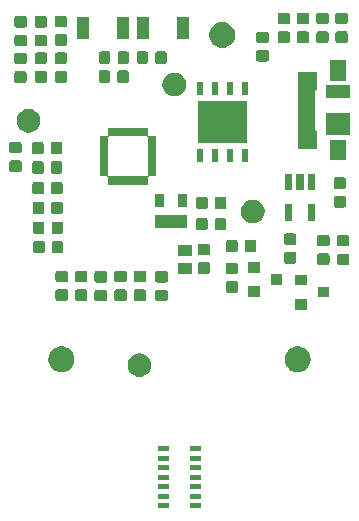
<source format=gbr>
G04 #@! TF.GenerationSoftware,KiCad,Pcbnew,(5.1.5)-3*
G04 #@! TF.CreationDate,2020-09-28T16:56:36+02:00*
G04 #@! TF.ProjectId,MAX30102_Pulse Ox,4d415833-3031-4303-925f-50756c736520,v1.4*
G04 #@! TF.SameCoordinates,Original*
G04 #@! TF.FileFunction,Soldermask,Top*
G04 #@! TF.FilePolarity,Negative*
%FSLAX46Y46*%
G04 Gerber Fmt 4.6, Leading zero omitted, Abs format (unit mm)*
G04 Created by KiCad (PCBNEW (5.1.5)-3) date 2020-09-28 16:56:36*
%MOMM*%
%LPD*%
G04 APERTURE LIST*
%ADD10C,0.100000*%
G04 APERTURE END LIST*
D10*
G36*
X146798799Y-117603800D02*
G01*
X145888801Y-117603800D01*
X145888801Y-117196200D01*
X146798799Y-117196200D01*
X146798799Y-117603800D01*
G37*
G36*
X144111199Y-117603800D02*
G01*
X143201201Y-117603800D01*
X143201201Y-117196200D01*
X144111199Y-117196200D01*
X144111199Y-117603800D01*
G37*
G36*
X146798799Y-116803799D02*
G01*
X145888801Y-116803799D01*
X145888801Y-116396199D01*
X146798799Y-116396199D01*
X146798799Y-116803799D01*
G37*
G36*
X144111199Y-116803799D02*
G01*
X143201201Y-116803799D01*
X143201201Y-116396199D01*
X144111199Y-116396199D01*
X144111199Y-116803799D01*
G37*
G36*
X146798799Y-116003801D02*
G01*
X145888801Y-116003801D01*
X145888801Y-115596201D01*
X146798799Y-115596201D01*
X146798799Y-116003801D01*
G37*
G36*
X144111199Y-116003798D02*
G01*
X143201201Y-116003798D01*
X143201201Y-115596198D01*
X144111199Y-115596198D01*
X144111199Y-116003798D01*
G37*
G36*
X144111199Y-115203800D02*
G01*
X143201201Y-115203800D01*
X143201201Y-114796200D01*
X144111199Y-114796200D01*
X144111199Y-115203800D01*
G37*
G36*
X146798799Y-115203800D02*
G01*
X145888801Y-115203800D01*
X145888801Y-114796200D01*
X146798799Y-114796200D01*
X146798799Y-115203800D01*
G37*
G36*
X146798799Y-114403802D02*
G01*
X145888801Y-114403802D01*
X145888801Y-113996202D01*
X146798799Y-113996202D01*
X146798799Y-114403802D01*
G37*
G36*
X144111199Y-114403799D02*
G01*
X143201201Y-114403799D01*
X143201201Y-113996199D01*
X144111199Y-113996199D01*
X144111199Y-114403799D01*
G37*
G36*
X144111199Y-113603801D02*
G01*
X143201201Y-113603801D01*
X143201201Y-113196201D01*
X144111199Y-113196201D01*
X144111199Y-113603801D01*
G37*
G36*
X146798799Y-113603801D02*
G01*
X145888801Y-113603801D01*
X145888801Y-113196201D01*
X146798799Y-113196201D01*
X146798799Y-113603801D01*
G37*
G36*
X144111199Y-112803800D02*
G01*
X143201201Y-112803800D01*
X143201201Y-112396200D01*
X144111199Y-112396200D01*
X144111199Y-112803800D01*
G37*
G36*
X146798799Y-112803800D02*
G01*
X145888801Y-112803800D01*
X145888801Y-112396200D01*
X146798799Y-112396200D01*
X146798799Y-112803800D01*
G37*
G36*
X141852290Y-104525619D02*
G01*
X141916689Y-104538429D01*
X142098678Y-104613811D01*
X142262463Y-104723249D01*
X142401751Y-104862537D01*
X142511189Y-105026322D01*
X142586571Y-105208311D01*
X142625000Y-105401509D01*
X142625000Y-105598491D01*
X142586571Y-105791689D01*
X142511189Y-105973678D01*
X142401751Y-106137463D01*
X142262463Y-106276751D01*
X142098678Y-106386189D01*
X141916689Y-106461571D01*
X141852290Y-106474381D01*
X141723493Y-106500000D01*
X141526507Y-106500000D01*
X141397710Y-106474381D01*
X141333311Y-106461571D01*
X141151322Y-106386189D01*
X140987537Y-106276751D01*
X140848249Y-106137463D01*
X140738811Y-105973678D01*
X140663429Y-105791689D01*
X140625000Y-105598491D01*
X140625000Y-105401509D01*
X140663429Y-105208311D01*
X140738811Y-105026322D01*
X140848249Y-104862537D01*
X140987537Y-104723249D01*
X141151322Y-104613811D01*
X141333311Y-104538429D01*
X141397710Y-104525619D01*
X141526507Y-104500000D01*
X141723493Y-104500000D01*
X141852290Y-104525619D01*
G37*
G36*
X135214795Y-103920156D02*
G01*
X135321150Y-103941311D01*
X135521520Y-104024307D01*
X135701844Y-104144795D01*
X135855205Y-104298156D01*
X135975693Y-104478480D01*
X136017191Y-104578666D01*
X136058689Y-104678850D01*
X136079844Y-104785205D01*
X136101000Y-104891560D01*
X136101000Y-105108440D01*
X136058689Y-105321149D01*
X135975693Y-105521520D01*
X135855205Y-105701844D01*
X135701844Y-105855205D01*
X135521520Y-105975693D01*
X135421334Y-106017191D01*
X135321150Y-106058689D01*
X135214794Y-106079845D01*
X135108440Y-106101000D01*
X134891560Y-106101000D01*
X134785206Y-106079845D01*
X134678850Y-106058689D01*
X134578666Y-106017191D01*
X134478480Y-105975693D01*
X134298156Y-105855205D01*
X134144795Y-105701844D01*
X134024307Y-105521520D01*
X133941311Y-105321149D01*
X133899000Y-105108440D01*
X133899000Y-104891560D01*
X133920156Y-104785205D01*
X133941311Y-104678850D01*
X133982809Y-104578666D01*
X134024307Y-104478480D01*
X134144795Y-104298156D01*
X134298156Y-104144795D01*
X134478480Y-104024307D01*
X134678850Y-103941311D01*
X134785205Y-103920156D01*
X134891560Y-103899000D01*
X135108440Y-103899000D01*
X135214795Y-103920156D01*
G37*
G36*
X155214795Y-103920156D02*
G01*
X155321150Y-103941311D01*
X155521520Y-104024307D01*
X155701844Y-104144795D01*
X155855205Y-104298156D01*
X155975693Y-104478480D01*
X156017191Y-104578666D01*
X156058689Y-104678850D01*
X156079844Y-104785205D01*
X156101000Y-104891560D01*
X156101000Y-105108440D01*
X156058689Y-105321149D01*
X155975693Y-105521520D01*
X155855205Y-105701844D01*
X155701844Y-105855205D01*
X155521520Y-105975693D01*
X155421334Y-106017191D01*
X155321150Y-106058689D01*
X155214794Y-106079845D01*
X155108440Y-106101000D01*
X154891560Y-106101000D01*
X154785206Y-106079845D01*
X154678850Y-106058689D01*
X154578666Y-106017191D01*
X154478480Y-105975693D01*
X154298156Y-105855205D01*
X154144795Y-105701844D01*
X154024307Y-105521520D01*
X153941311Y-105321149D01*
X153899000Y-105108440D01*
X153899000Y-104891560D01*
X153920156Y-104785205D01*
X153941311Y-104678850D01*
X153982809Y-104578666D01*
X154024307Y-104478480D01*
X154144795Y-104298156D01*
X154298156Y-104144795D01*
X154478480Y-104024307D01*
X154678850Y-103941311D01*
X154785205Y-103920156D01*
X154891560Y-103899000D01*
X155108440Y-103899000D01*
X155214795Y-103920156D01*
G37*
G36*
X155795500Y-100807398D02*
G01*
X154804500Y-100807398D01*
X154804500Y-99892598D01*
X155795500Y-99892598D01*
X155795500Y-100807398D01*
G37*
G36*
X143854591Y-99128085D02*
G01*
X143888569Y-99138393D01*
X143919890Y-99155134D01*
X143947339Y-99177661D01*
X143969866Y-99205110D01*
X143986607Y-99236431D01*
X143996915Y-99270409D01*
X144001000Y-99311890D01*
X144001000Y-99913110D01*
X143996915Y-99954591D01*
X143986607Y-99988569D01*
X143969866Y-100019890D01*
X143947339Y-100047339D01*
X143919890Y-100069866D01*
X143888569Y-100086607D01*
X143854591Y-100096915D01*
X143813110Y-100101000D01*
X143136890Y-100101000D01*
X143095409Y-100096915D01*
X143061431Y-100086607D01*
X143030110Y-100069866D01*
X143002661Y-100047339D01*
X142980134Y-100019890D01*
X142963393Y-99988569D01*
X142953085Y-99954591D01*
X142949000Y-99913110D01*
X142949000Y-99311890D01*
X142953085Y-99270409D01*
X142963393Y-99236431D01*
X142980134Y-99205110D01*
X143002661Y-99177661D01*
X143030110Y-99155134D01*
X143061431Y-99138393D01*
X143095409Y-99128085D01*
X143136890Y-99124000D01*
X143813110Y-99124000D01*
X143854591Y-99128085D01*
G37*
G36*
X138704591Y-99128085D02*
G01*
X138738569Y-99138393D01*
X138769890Y-99155134D01*
X138797339Y-99177661D01*
X138819866Y-99205110D01*
X138836607Y-99236431D01*
X138846915Y-99270409D01*
X138851000Y-99311890D01*
X138851000Y-99913110D01*
X138846915Y-99954591D01*
X138836607Y-99988569D01*
X138819866Y-100019890D01*
X138797339Y-100047339D01*
X138769890Y-100069866D01*
X138738569Y-100086607D01*
X138704591Y-100096915D01*
X138663110Y-100101000D01*
X137986890Y-100101000D01*
X137945409Y-100096915D01*
X137911431Y-100086607D01*
X137880110Y-100069866D01*
X137852661Y-100047339D01*
X137830134Y-100019890D01*
X137813393Y-99988569D01*
X137803085Y-99954591D01*
X137799000Y-99913110D01*
X137799000Y-99311890D01*
X137803085Y-99270409D01*
X137813393Y-99236431D01*
X137830134Y-99205110D01*
X137852661Y-99177661D01*
X137880110Y-99155134D01*
X137911431Y-99138393D01*
X137945409Y-99128085D01*
X137986890Y-99124000D01*
X138663110Y-99124000D01*
X138704591Y-99128085D01*
G37*
G36*
X137054591Y-99103085D02*
G01*
X137088569Y-99113393D01*
X137119890Y-99130134D01*
X137147339Y-99152661D01*
X137169866Y-99180110D01*
X137186607Y-99211431D01*
X137196915Y-99245409D01*
X137201000Y-99286890D01*
X137201000Y-99888110D01*
X137196915Y-99929591D01*
X137186607Y-99963569D01*
X137169866Y-99994890D01*
X137147339Y-100022339D01*
X137119890Y-100044866D01*
X137088569Y-100061607D01*
X137054591Y-100071915D01*
X137013110Y-100076000D01*
X136336890Y-100076000D01*
X136295409Y-100071915D01*
X136261431Y-100061607D01*
X136230110Y-100044866D01*
X136202661Y-100022339D01*
X136180134Y-99994890D01*
X136163393Y-99963569D01*
X136153085Y-99929591D01*
X136149000Y-99888110D01*
X136149000Y-99286890D01*
X136153085Y-99245409D01*
X136163393Y-99211431D01*
X136180134Y-99180110D01*
X136202661Y-99152661D01*
X136230110Y-99130134D01*
X136261431Y-99113393D01*
X136295409Y-99103085D01*
X136336890Y-99099000D01*
X137013110Y-99099000D01*
X137054591Y-99103085D01*
G37*
G36*
X142029591Y-99103085D02*
G01*
X142063569Y-99113393D01*
X142094890Y-99130134D01*
X142122339Y-99152661D01*
X142144866Y-99180110D01*
X142161607Y-99211431D01*
X142171915Y-99245409D01*
X142176000Y-99286890D01*
X142176000Y-99888110D01*
X142171915Y-99929591D01*
X142161607Y-99963569D01*
X142144866Y-99994890D01*
X142122339Y-100022339D01*
X142094890Y-100044866D01*
X142063569Y-100061607D01*
X142029591Y-100071915D01*
X141988110Y-100076000D01*
X141311890Y-100076000D01*
X141270409Y-100071915D01*
X141236431Y-100061607D01*
X141205110Y-100044866D01*
X141177661Y-100022339D01*
X141155134Y-99994890D01*
X141138393Y-99963569D01*
X141128085Y-99929591D01*
X141124000Y-99888110D01*
X141124000Y-99286890D01*
X141128085Y-99245409D01*
X141138393Y-99211431D01*
X141155134Y-99180110D01*
X141177661Y-99152661D01*
X141205110Y-99130134D01*
X141236431Y-99113393D01*
X141270409Y-99103085D01*
X141311890Y-99099000D01*
X141988110Y-99099000D01*
X142029591Y-99103085D01*
G37*
G36*
X140379591Y-99103085D02*
G01*
X140413569Y-99113393D01*
X140444890Y-99130134D01*
X140472339Y-99152661D01*
X140494866Y-99180110D01*
X140511607Y-99211431D01*
X140521915Y-99245409D01*
X140526000Y-99286890D01*
X140526000Y-99888110D01*
X140521915Y-99929591D01*
X140511607Y-99963569D01*
X140494866Y-99994890D01*
X140472339Y-100022339D01*
X140444890Y-100044866D01*
X140413569Y-100061607D01*
X140379591Y-100071915D01*
X140338110Y-100076000D01*
X139661890Y-100076000D01*
X139620409Y-100071915D01*
X139586431Y-100061607D01*
X139555110Y-100044866D01*
X139527661Y-100022339D01*
X139505134Y-99994890D01*
X139488393Y-99963569D01*
X139478085Y-99929591D01*
X139474000Y-99888110D01*
X139474000Y-99286890D01*
X139478085Y-99245409D01*
X139488393Y-99211431D01*
X139505134Y-99180110D01*
X139527661Y-99152661D01*
X139555110Y-99130134D01*
X139586431Y-99113393D01*
X139620409Y-99103085D01*
X139661890Y-99099000D01*
X140338110Y-99099000D01*
X140379591Y-99103085D01*
G37*
G36*
X135404591Y-99090585D02*
G01*
X135438569Y-99100893D01*
X135469890Y-99117634D01*
X135497339Y-99140161D01*
X135519866Y-99167610D01*
X135536607Y-99198931D01*
X135546915Y-99232909D01*
X135551000Y-99274390D01*
X135551000Y-99875610D01*
X135546915Y-99917091D01*
X135536607Y-99951069D01*
X135519866Y-99982390D01*
X135497339Y-100009839D01*
X135469890Y-100032366D01*
X135438569Y-100049107D01*
X135404591Y-100059415D01*
X135363110Y-100063500D01*
X134686890Y-100063500D01*
X134645409Y-100059415D01*
X134611431Y-100049107D01*
X134580110Y-100032366D01*
X134552661Y-100009839D01*
X134530134Y-99982390D01*
X134513393Y-99951069D01*
X134503085Y-99917091D01*
X134499000Y-99875610D01*
X134499000Y-99274390D01*
X134503085Y-99232909D01*
X134513393Y-99198931D01*
X134530134Y-99167610D01*
X134552661Y-99140161D01*
X134580110Y-99117634D01*
X134611431Y-99100893D01*
X134645409Y-99090585D01*
X134686890Y-99086500D01*
X135363110Y-99086500D01*
X135404591Y-99090585D01*
G37*
G36*
X157685499Y-99782399D02*
G01*
X156694499Y-99782399D01*
X156694499Y-98867599D01*
X157685499Y-98867599D01*
X157685499Y-99782399D01*
G37*
G36*
X151825501Y-99757399D02*
G01*
X150834501Y-99757399D01*
X150834501Y-98842599D01*
X151825501Y-98842599D01*
X151825501Y-99757399D01*
G37*
G36*
X149804591Y-98403085D02*
G01*
X149838569Y-98413393D01*
X149869890Y-98430134D01*
X149897339Y-98452661D01*
X149919866Y-98480110D01*
X149936607Y-98511431D01*
X149946915Y-98545409D01*
X149951000Y-98586890D01*
X149951000Y-99188110D01*
X149946915Y-99229591D01*
X149936607Y-99263569D01*
X149919866Y-99294890D01*
X149897339Y-99322339D01*
X149869890Y-99344866D01*
X149838569Y-99361607D01*
X149804591Y-99371915D01*
X149763110Y-99376000D01*
X149086890Y-99376000D01*
X149045409Y-99371915D01*
X149011431Y-99361607D01*
X148980110Y-99344866D01*
X148952661Y-99322339D01*
X148930134Y-99294890D01*
X148913393Y-99263569D01*
X148903085Y-99229591D01*
X148899000Y-99188110D01*
X148899000Y-98586890D01*
X148903085Y-98545409D01*
X148913393Y-98511431D01*
X148930134Y-98480110D01*
X148952661Y-98452661D01*
X148980110Y-98430134D01*
X149011431Y-98413393D01*
X149045409Y-98403085D01*
X149086890Y-98399000D01*
X149763110Y-98399000D01*
X149804591Y-98403085D01*
G37*
G36*
X155795500Y-98757400D02*
G01*
X154804500Y-98757400D01*
X154804500Y-97842600D01*
X155795500Y-97842600D01*
X155795500Y-98757400D01*
G37*
G36*
X153715500Y-98732400D02*
G01*
X152724500Y-98732400D01*
X152724500Y-97817600D01*
X153715500Y-97817600D01*
X153715500Y-98732400D01*
G37*
G36*
X138704591Y-97553085D02*
G01*
X138738569Y-97563393D01*
X138769890Y-97580134D01*
X138797339Y-97602661D01*
X138819866Y-97630110D01*
X138836607Y-97661431D01*
X138846915Y-97695409D01*
X138851000Y-97736890D01*
X138851000Y-98338110D01*
X138846915Y-98379591D01*
X138836607Y-98413569D01*
X138819866Y-98444890D01*
X138797339Y-98472339D01*
X138769890Y-98494866D01*
X138738569Y-98511607D01*
X138704591Y-98521915D01*
X138663110Y-98526000D01*
X137986890Y-98526000D01*
X137945409Y-98521915D01*
X137911431Y-98511607D01*
X137880110Y-98494866D01*
X137852661Y-98472339D01*
X137830134Y-98444890D01*
X137813393Y-98413569D01*
X137803085Y-98379591D01*
X137799000Y-98338110D01*
X137799000Y-97736890D01*
X137803085Y-97695409D01*
X137813393Y-97661431D01*
X137830134Y-97630110D01*
X137852661Y-97602661D01*
X137880110Y-97580134D01*
X137911431Y-97563393D01*
X137945409Y-97553085D01*
X137986890Y-97549000D01*
X138663110Y-97549000D01*
X138704591Y-97553085D01*
G37*
G36*
X143854591Y-97553085D02*
G01*
X143888569Y-97563393D01*
X143919890Y-97580134D01*
X143947339Y-97602661D01*
X143969866Y-97630110D01*
X143986607Y-97661431D01*
X143996915Y-97695409D01*
X144001000Y-97736890D01*
X144001000Y-98338110D01*
X143996915Y-98379591D01*
X143986607Y-98413569D01*
X143969866Y-98444890D01*
X143947339Y-98472339D01*
X143919890Y-98494866D01*
X143888569Y-98511607D01*
X143854591Y-98521915D01*
X143813110Y-98526000D01*
X143136890Y-98526000D01*
X143095409Y-98521915D01*
X143061431Y-98511607D01*
X143030110Y-98494866D01*
X143002661Y-98472339D01*
X142980134Y-98444890D01*
X142963393Y-98413569D01*
X142953085Y-98379591D01*
X142949000Y-98338110D01*
X142949000Y-97736890D01*
X142953085Y-97695409D01*
X142963393Y-97661431D01*
X142980134Y-97630110D01*
X143002661Y-97602661D01*
X143030110Y-97580134D01*
X143061431Y-97563393D01*
X143095409Y-97553085D01*
X143136890Y-97549000D01*
X143813110Y-97549000D01*
X143854591Y-97553085D01*
G37*
G36*
X140379591Y-97528085D02*
G01*
X140413569Y-97538393D01*
X140444890Y-97555134D01*
X140472339Y-97577661D01*
X140494866Y-97605110D01*
X140511607Y-97636431D01*
X140521915Y-97670409D01*
X140526000Y-97711890D01*
X140526000Y-98313110D01*
X140521915Y-98354591D01*
X140511607Y-98388569D01*
X140494866Y-98419890D01*
X140472339Y-98447339D01*
X140444890Y-98469866D01*
X140413569Y-98486607D01*
X140379591Y-98496915D01*
X140338110Y-98501000D01*
X139661890Y-98501000D01*
X139620409Y-98496915D01*
X139586431Y-98486607D01*
X139555110Y-98469866D01*
X139527661Y-98447339D01*
X139505134Y-98419890D01*
X139488393Y-98388569D01*
X139478085Y-98354591D01*
X139474000Y-98313110D01*
X139474000Y-97711890D01*
X139478085Y-97670409D01*
X139488393Y-97636431D01*
X139505134Y-97605110D01*
X139527661Y-97577661D01*
X139555110Y-97555134D01*
X139586431Y-97538393D01*
X139620409Y-97528085D01*
X139661890Y-97524000D01*
X140338110Y-97524000D01*
X140379591Y-97528085D01*
G37*
G36*
X142029591Y-97528085D02*
G01*
X142063569Y-97538393D01*
X142094890Y-97555134D01*
X142122339Y-97577661D01*
X142144866Y-97605110D01*
X142161607Y-97636431D01*
X142171915Y-97670409D01*
X142176000Y-97711890D01*
X142176000Y-98313110D01*
X142171915Y-98354591D01*
X142161607Y-98388569D01*
X142144866Y-98419890D01*
X142122339Y-98447339D01*
X142094890Y-98469866D01*
X142063569Y-98486607D01*
X142029591Y-98496915D01*
X141988110Y-98501000D01*
X141311890Y-98501000D01*
X141270409Y-98496915D01*
X141236431Y-98486607D01*
X141205110Y-98469866D01*
X141177661Y-98447339D01*
X141155134Y-98419890D01*
X141138393Y-98388569D01*
X141128085Y-98354591D01*
X141124000Y-98313110D01*
X141124000Y-97711890D01*
X141128085Y-97670409D01*
X141138393Y-97636431D01*
X141155134Y-97605110D01*
X141177661Y-97577661D01*
X141205110Y-97555134D01*
X141236431Y-97538393D01*
X141270409Y-97528085D01*
X141311890Y-97524000D01*
X141988110Y-97524000D01*
X142029591Y-97528085D01*
G37*
G36*
X137054591Y-97528085D02*
G01*
X137088569Y-97538393D01*
X137119890Y-97555134D01*
X137147339Y-97577661D01*
X137169866Y-97605110D01*
X137186607Y-97636431D01*
X137196915Y-97670409D01*
X137201000Y-97711890D01*
X137201000Y-98313110D01*
X137196915Y-98354591D01*
X137186607Y-98388569D01*
X137169866Y-98419890D01*
X137147339Y-98447339D01*
X137119890Y-98469866D01*
X137088569Y-98486607D01*
X137054591Y-98496915D01*
X137013110Y-98501000D01*
X136336890Y-98501000D01*
X136295409Y-98496915D01*
X136261431Y-98486607D01*
X136230110Y-98469866D01*
X136202661Y-98447339D01*
X136180134Y-98419890D01*
X136163393Y-98388569D01*
X136153085Y-98354591D01*
X136149000Y-98313110D01*
X136149000Y-97711890D01*
X136153085Y-97670409D01*
X136163393Y-97636431D01*
X136180134Y-97605110D01*
X136202661Y-97577661D01*
X136230110Y-97555134D01*
X136261431Y-97538393D01*
X136295409Y-97528085D01*
X136336890Y-97524000D01*
X137013110Y-97524000D01*
X137054591Y-97528085D01*
G37*
G36*
X135404591Y-97515585D02*
G01*
X135438569Y-97525893D01*
X135469890Y-97542634D01*
X135497339Y-97565161D01*
X135519866Y-97592610D01*
X135536607Y-97623931D01*
X135546915Y-97657909D01*
X135551000Y-97699390D01*
X135551000Y-98300610D01*
X135546915Y-98342091D01*
X135536607Y-98376069D01*
X135519866Y-98407390D01*
X135497339Y-98434839D01*
X135469890Y-98457366D01*
X135438569Y-98474107D01*
X135404591Y-98484415D01*
X135363110Y-98488500D01*
X134686890Y-98488500D01*
X134645409Y-98484415D01*
X134611431Y-98474107D01*
X134580110Y-98457366D01*
X134552661Y-98434839D01*
X134530134Y-98407390D01*
X134513393Y-98376069D01*
X134503085Y-98342091D01*
X134499000Y-98300610D01*
X134499000Y-97699390D01*
X134503085Y-97657909D01*
X134513393Y-97623931D01*
X134530134Y-97592610D01*
X134552661Y-97565161D01*
X134580110Y-97542634D01*
X134611431Y-97525893D01*
X134645409Y-97515585D01*
X134686890Y-97511500D01*
X135363110Y-97511500D01*
X135404591Y-97515585D01*
G37*
G36*
X149804591Y-96828085D02*
G01*
X149838569Y-96838393D01*
X149869890Y-96855134D01*
X149897339Y-96877661D01*
X149919866Y-96905110D01*
X149936607Y-96936431D01*
X149946915Y-96970409D01*
X149951000Y-97011890D01*
X149951000Y-97613110D01*
X149946915Y-97654591D01*
X149936607Y-97688569D01*
X149919866Y-97719890D01*
X149897339Y-97747339D01*
X149869890Y-97769866D01*
X149838569Y-97786607D01*
X149804591Y-97796915D01*
X149763110Y-97801000D01*
X149086890Y-97801000D01*
X149045409Y-97796915D01*
X149011431Y-97786607D01*
X148980110Y-97769866D01*
X148952661Y-97747339D01*
X148930134Y-97719890D01*
X148913393Y-97688569D01*
X148903085Y-97654591D01*
X148899000Y-97613110D01*
X148899000Y-97011890D01*
X148903085Y-96970409D01*
X148913393Y-96936431D01*
X148930134Y-96905110D01*
X148952661Y-96877661D01*
X148980110Y-96855134D01*
X149011431Y-96838393D01*
X149045409Y-96828085D01*
X149086890Y-96824000D01*
X149763110Y-96824000D01*
X149804591Y-96828085D01*
G37*
G36*
X147429591Y-96803085D02*
G01*
X147463569Y-96813393D01*
X147494890Y-96830134D01*
X147522339Y-96852661D01*
X147544866Y-96880110D01*
X147561607Y-96911431D01*
X147571915Y-96945409D01*
X147576000Y-96986890D01*
X147576000Y-97588110D01*
X147571915Y-97629591D01*
X147561607Y-97663569D01*
X147544866Y-97694890D01*
X147522339Y-97722339D01*
X147494890Y-97744866D01*
X147463569Y-97761607D01*
X147429591Y-97771915D01*
X147388110Y-97776000D01*
X146711890Y-97776000D01*
X146670409Y-97771915D01*
X146636431Y-97761607D01*
X146605110Y-97744866D01*
X146577661Y-97722339D01*
X146555134Y-97694890D01*
X146538393Y-97663569D01*
X146528085Y-97629591D01*
X146524000Y-97588110D01*
X146524000Y-96986890D01*
X146528085Y-96945409D01*
X146538393Y-96911431D01*
X146555134Y-96880110D01*
X146577661Y-96852661D01*
X146605110Y-96830134D01*
X146636431Y-96813393D01*
X146670409Y-96803085D01*
X146711890Y-96799000D01*
X147388110Y-96799000D01*
X147429591Y-96803085D01*
G37*
G36*
X146046000Y-97751000D02*
G01*
X144854000Y-97751000D01*
X144854000Y-96889000D01*
X146046000Y-96889000D01*
X146046000Y-97751000D01*
G37*
G36*
X151825501Y-97707401D02*
G01*
X150834501Y-97707401D01*
X150834501Y-96792601D01*
X151825501Y-96792601D01*
X151825501Y-97707401D01*
G37*
G36*
X159229591Y-96065585D02*
G01*
X159263569Y-96075893D01*
X159294890Y-96092634D01*
X159322339Y-96115161D01*
X159344866Y-96142610D01*
X159361607Y-96173931D01*
X159371915Y-96207909D01*
X159376000Y-96249390D01*
X159376000Y-96850610D01*
X159371915Y-96892091D01*
X159361607Y-96926069D01*
X159344866Y-96957390D01*
X159322339Y-96984839D01*
X159294890Y-97007366D01*
X159263569Y-97024107D01*
X159229591Y-97034415D01*
X159188110Y-97038500D01*
X158511890Y-97038500D01*
X158470409Y-97034415D01*
X158436431Y-97024107D01*
X158405110Y-97007366D01*
X158377661Y-96984839D01*
X158355134Y-96957390D01*
X158338393Y-96926069D01*
X158328085Y-96892091D01*
X158324000Y-96850610D01*
X158324000Y-96249390D01*
X158328085Y-96207909D01*
X158338393Y-96173931D01*
X158355134Y-96142610D01*
X158377661Y-96115161D01*
X158405110Y-96092634D01*
X158436431Y-96075893D01*
X158470409Y-96065585D01*
X158511890Y-96061500D01*
X159188110Y-96061500D01*
X159229591Y-96065585D01*
G37*
G36*
X157554591Y-96053085D02*
G01*
X157588569Y-96063393D01*
X157619890Y-96080134D01*
X157647339Y-96102661D01*
X157669866Y-96130110D01*
X157686607Y-96161431D01*
X157696915Y-96195409D01*
X157701000Y-96236890D01*
X157701000Y-96838110D01*
X157696915Y-96879591D01*
X157686607Y-96913569D01*
X157669866Y-96944890D01*
X157647339Y-96972339D01*
X157619890Y-96994866D01*
X157588569Y-97011607D01*
X157554591Y-97021915D01*
X157513110Y-97026000D01*
X156836890Y-97026000D01*
X156795409Y-97021915D01*
X156761431Y-97011607D01*
X156730110Y-96994866D01*
X156702661Y-96972339D01*
X156680134Y-96944890D01*
X156663393Y-96913569D01*
X156653085Y-96879591D01*
X156649000Y-96838110D01*
X156649000Y-96236890D01*
X156653085Y-96195409D01*
X156663393Y-96161431D01*
X156680134Y-96130110D01*
X156702661Y-96102661D01*
X156730110Y-96080134D01*
X156761431Y-96063393D01*
X156795409Y-96053085D01*
X156836890Y-96049000D01*
X157513110Y-96049000D01*
X157554591Y-96053085D01*
G37*
G36*
X154754591Y-95940585D02*
G01*
X154788569Y-95950893D01*
X154819890Y-95967634D01*
X154847339Y-95990161D01*
X154869866Y-96017610D01*
X154886607Y-96048931D01*
X154896915Y-96082909D01*
X154901000Y-96124390D01*
X154901000Y-96725610D01*
X154896915Y-96767091D01*
X154886607Y-96801069D01*
X154869866Y-96832390D01*
X154847339Y-96859839D01*
X154819890Y-96882366D01*
X154788569Y-96899107D01*
X154754591Y-96909415D01*
X154713110Y-96913500D01*
X154036890Y-96913500D01*
X153995409Y-96909415D01*
X153961431Y-96899107D01*
X153930110Y-96882366D01*
X153902661Y-96859839D01*
X153880134Y-96832390D01*
X153863393Y-96801069D01*
X153853085Y-96767091D01*
X153849000Y-96725610D01*
X153849000Y-96124390D01*
X153853085Y-96082909D01*
X153863393Y-96048931D01*
X153880134Y-96017610D01*
X153902661Y-95990161D01*
X153930110Y-95967634D01*
X153961431Y-95950893D01*
X153995409Y-95940585D01*
X154036890Y-95936500D01*
X154713110Y-95936500D01*
X154754591Y-95940585D01*
G37*
G36*
X146046000Y-96231000D02*
G01*
X144854000Y-96231000D01*
X144854000Y-95369000D01*
X146046000Y-95369000D01*
X146046000Y-96231000D01*
G37*
G36*
X147429591Y-95228085D02*
G01*
X147463569Y-95238393D01*
X147494890Y-95255134D01*
X147522339Y-95277661D01*
X147544866Y-95305110D01*
X147561607Y-95336431D01*
X147571915Y-95370409D01*
X147576000Y-95411890D01*
X147576000Y-96013110D01*
X147571915Y-96054591D01*
X147561607Y-96088569D01*
X147544866Y-96119890D01*
X147522339Y-96147339D01*
X147494890Y-96169866D01*
X147463569Y-96186607D01*
X147429591Y-96196915D01*
X147388110Y-96201000D01*
X146711890Y-96201000D01*
X146670409Y-96196915D01*
X146636431Y-96186607D01*
X146605110Y-96169866D01*
X146577661Y-96147339D01*
X146555134Y-96119890D01*
X146538393Y-96088569D01*
X146528085Y-96054591D01*
X146524000Y-96013110D01*
X146524000Y-95411890D01*
X146528085Y-95370409D01*
X146538393Y-95336431D01*
X146555134Y-95305110D01*
X146577661Y-95277661D01*
X146605110Y-95255134D01*
X146636431Y-95238393D01*
X146670409Y-95228085D01*
X146711890Y-95224000D01*
X147388110Y-95224000D01*
X147429591Y-95228085D01*
G37*
G36*
X135017091Y-95003085D02*
G01*
X135051069Y-95013393D01*
X135082390Y-95030134D01*
X135109839Y-95052661D01*
X135132366Y-95080110D01*
X135149107Y-95111431D01*
X135159415Y-95145409D01*
X135163500Y-95186890D01*
X135163500Y-95863110D01*
X135159415Y-95904591D01*
X135149107Y-95938569D01*
X135132366Y-95969890D01*
X135109839Y-95997339D01*
X135082390Y-96019866D01*
X135051069Y-96036607D01*
X135017091Y-96046915D01*
X134975610Y-96051000D01*
X134374390Y-96051000D01*
X134332909Y-96046915D01*
X134298931Y-96036607D01*
X134267610Y-96019866D01*
X134240161Y-95997339D01*
X134217634Y-95969890D01*
X134200893Y-95938569D01*
X134190585Y-95904591D01*
X134186500Y-95863110D01*
X134186500Y-95186890D01*
X134190585Y-95145409D01*
X134200893Y-95111431D01*
X134217634Y-95080110D01*
X134240161Y-95052661D01*
X134267610Y-95030134D01*
X134298931Y-95013393D01*
X134332909Y-95003085D01*
X134374390Y-94999000D01*
X134975610Y-94999000D01*
X135017091Y-95003085D01*
G37*
G36*
X133442091Y-95003085D02*
G01*
X133476069Y-95013393D01*
X133507390Y-95030134D01*
X133534839Y-95052661D01*
X133557366Y-95080110D01*
X133574107Y-95111431D01*
X133584415Y-95145409D01*
X133588500Y-95186890D01*
X133588500Y-95863110D01*
X133584415Y-95904591D01*
X133574107Y-95938569D01*
X133557366Y-95969890D01*
X133534839Y-95997339D01*
X133507390Y-96019866D01*
X133476069Y-96036607D01*
X133442091Y-96046915D01*
X133400610Y-96051000D01*
X132799390Y-96051000D01*
X132757909Y-96046915D01*
X132723931Y-96036607D01*
X132692610Y-96019866D01*
X132665161Y-95997339D01*
X132642634Y-95969890D01*
X132625893Y-95938569D01*
X132615585Y-95904591D01*
X132611500Y-95863110D01*
X132611500Y-95186890D01*
X132615585Y-95145409D01*
X132625893Y-95111431D01*
X132642634Y-95080110D01*
X132665161Y-95052661D01*
X132692610Y-95030134D01*
X132723931Y-95013393D01*
X132757909Y-95003085D01*
X132799390Y-94999000D01*
X133400610Y-94999000D01*
X133442091Y-95003085D01*
G37*
G36*
X151342091Y-94903085D02*
G01*
X151376069Y-94913393D01*
X151407390Y-94930134D01*
X151434839Y-94952661D01*
X151457366Y-94980110D01*
X151474107Y-95011431D01*
X151484415Y-95045409D01*
X151488500Y-95086890D01*
X151488500Y-95763110D01*
X151484415Y-95804591D01*
X151474107Y-95838569D01*
X151457366Y-95869890D01*
X151434839Y-95897339D01*
X151407390Y-95919866D01*
X151376069Y-95936607D01*
X151342091Y-95946915D01*
X151300610Y-95951000D01*
X150699390Y-95951000D01*
X150657909Y-95946915D01*
X150623931Y-95936607D01*
X150592610Y-95919866D01*
X150565161Y-95897339D01*
X150542634Y-95869890D01*
X150525893Y-95838569D01*
X150515585Y-95804591D01*
X150511500Y-95763110D01*
X150511500Y-95086890D01*
X150515585Y-95045409D01*
X150525893Y-95011431D01*
X150542634Y-94980110D01*
X150565161Y-94952661D01*
X150592610Y-94930134D01*
X150623931Y-94913393D01*
X150657909Y-94903085D01*
X150699390Y-94899000D01*
X151300610Y-94899000D01*
X151342091Y-94903085D01*
G37*
G36*
X149767091Y-94903085D02*
G01*
X149801069Y-94913393D01*
X149832390Y-94930134D01*
X149859839Y-94952661D01*
X149882366Y-94980110D01*
X149899107Y-95011431D01*
X149909415Y-95045409D01*
X149913500Y-95086890D01*
X149913500Y-95763110D01*
X149909415Y-95804591D01*
X149899107Y-95838569D01*
X149882366Y-95869890D01*
X149859839Y-95897339D01*
X149832390Y-95919866D01*
X149801069Y-95936607D01*
X149767091Y-95946915D01*
X149725610Y-95951000D01*
X149124390Y-95951000D01*
X149082909Y-95946915D01*
X149048931Y-95936607D01*
X149017610Y-95919866D01*
X148990161Y-95897339D01*
X148967634Y-95869890D01*
X148950893Y-95838569D01*
X148940585Y-95804591D01*
X148936500Y-95763110D01*
X148936500Y-95086890D01*
X148940585Y-95045409D01*
X148950893Y-95011431D01*
X148967634Y-94980110D01*
X148990161Y-94952661D01*
X149017610Y-94930134D01*
X149048931Y-94913393D01*
X149082909Y-94903085D01*
X149124390Y-94899000D01*
X149725610Y-94899000D01*
X149767091Y-94903085D01*
G37*
G36*
X159229591Y-94490585D02*
G01*
X159263569Y-94500893D01*
X159294890Y-94517634D01*
X159322339Y-94540161D01*
X159344866Y-94567610D01*
X159361607Y-94598931D01*
X159371915Y-94632909D01*
X159376000Y-94674390D01*
X159376000Y-95275610D01*
X159371915Y-95317091D01*
X159361607Y-95351069D01*
X159344866Y-95382390D01*
X159322339Y-95409839D01*
X159294890Y-95432366D01*
X159263569Y-95449107D01*
X159229591Y-95459415D01*
X159188110Y-95463500D01*
X158511890Y-95463500D01*
X158470409Y-95459415D01*
X158436431Y-95449107D01*
X158405110Y-95432366D01*
X158377661Y-95409839D01*
X158355134Y-95382390D01*
X158338393Y-95351069D01*
X158328085Y-95317091D01*
X158324000Y-95275610D01*
X158324000Y-94674390D01*
X158328085Y-94632909D01*
X158338393Y-94598931D01*
X158355134Y-94567610D01*
X158377661Y-94540161D01*
X158405110Y-94517634D01*
X158436431Y-94500893D01*
X158470409Y-94490585D01*
X158511890Y-94486500D01*
X159188110Y-94486500D01*
X159229591Y-94490585D01*
G37*
G36*
X157554591Y-94478085D02*
G01*
X157588569Y-94488393D01*
X157619890Y-94505134D01*
X157647339Y-94527661D01*
X157669866Y-94555110D01*
X157686607Y-94586431D01*
X157696915Y-94620409D01*
X157701000Y-94661890D01*
X157701000Y-95263110D01*
X157696915Y-95304591D01*
X157686607Y-95338569D01*
X157669866Y-95369890D01*
X157647339Y-95397339D01*
X157619890Y-95419866D01*
X157588569Y-95436607D01*
X157554591Y-95446915D01*
X157513110Y-95451000D01*
X156836890Y-95451000D01*
X156795409Y-95446915D01*
X156761431Y-95436607D01*
X156730110Y-95419866D01*
X156702661Y-95397339D01*
X156680134Y-95369890D01*
X156663393Y-95338569D01*
X156653085Y-95304591D01*
X156649000Y-95263110D01*
X156649000Y-94661890D01*
X156653085Y-94620409D01*
X156663393Y-94586431D01*
X156680134Y-94555110D01*
X156702661Y-94527661D01*
X156730110Y-94505134D01*
X156761431Y-94488393D01*
X156795409Y-94478085D01*
X156836890Y-94474000D01*
X157513110Y-94474000D01*
X157554591Y-94478085D01*
G37*
G36*
X154754591Y-94365585D02*
G01*
X154788569Y-94375893D01*
X154819890Y-94392634D01*
X154847339Y-94415161D01*
X154869866Y-94442610D01*
X154886607Y-94473931D01*
X154896915Y-94507909D01*
X154901000Y-94549390D01*
X154901000Y-95150610D01*
X154896915Y-95192091D01*
X154886607Y-95226069D01*
X154869866Y-95257390D01*
X154847339Y-95284839D01*
X154819890Y-95307366D01*
X154788569Y-95324107D01*
X154754591Y-95334415D01*
X154713110Y-95338500D01*
X154036890Y-95338500D01*
X153995409Y-95334415D01*
X153961431Y-95324107D01*
X153930110Y-95307366D01*
X153902661Y-95284839D01*
X153880134Y-95257390D01*
X153863393Y-95226069D01*
X153853085Y-95192091D01*
X153849000Y-95150610D01*
X153849000Y-94549390D01*
X153853085Y-94507909D01*
X153863393Y-94473931D01*
X153880134Y-94442610D01*
X153902661Y-94415161D01*
X153930110Y-94392634D01*
X153961431Y-94375893D01*
X153995409Y-94365585D01*
X154036890Y-94361500D01*
X154713110Y-94361500D01*
X154754591Y-94365585D01*
G37*
G36*
X134992091Y-93353085D02*
G01*
X135026069Y-93363393D01*
X135057390Y-93380134D01*
X135084839Y-93402661D01*
X135107366Y-93430110D01*
X135124107Y-93461431D01*
X135134415Y-93495409D01*
X135138500Y-93536890D01*
X135138500Y-94213110D01*
X135134415Y-94254591D01*
X135124107Y-94288569D01*
X135107366Y-94319890D01*
X135084839Y-94347339D01*
X135057390Y-94369866D01*
X135026069Y-94386607D01*
X134992091Y-94396915D01*
X134950610Y-94401000D01*
X134349390Y-94401000D01*
X134307909Y-94396915D01*
X134273931Y-94386607D01*
X134242610Y-94369866D01*
X134215161Y-94347339D01*
X134192634Y-94319890D01*
X134175893Y-94288569D01*
X134165585Y-94254591D01*
X134161500Y-94213110D01*
X134161500Y-93536890D01*
X134165585Y-93495409D01*
X134175893Y-93461431D01*
X134192634Y-93430110D01*
X134215161Y-93402661D01*
X134242610Y-93380134D01*
X134273931Y-93363393D01*
X134307909Y-93353085D01*
X134349390Y-93349000D01*
X134950610Y-93349000D01*
X134992091Y-93353085D01*
G37*
G36*
X133417091Y-93353085D02*
G01*
X133451069Y-93363393D01*
X133482390Y-93380134D01*
X133509839Y-93402661D01*
X133532366Y-93430110D01*
X133549107Y-93461431D01*
X133559415Y-93495409D01*
X133563500Y-93536890D01*
X133563500Y-94213110D01*
X133559415Y-94254591D01*
X133549107Y-94288569D01*
X133532366Y-94319890D01*
X133509839Y-94347339D01*
X133482390Y-94369866D01*
X133451069Y-94386607D01*
X133417091Y-94396915D01*
X133375610Y-94401000D01*
X132774390Y-94401000D01*
X132732909Y-94396915D01*
X132698931Y-94386607D01*
X132667610Y-94369866D01*
X132640161Y-94347339D01*
X132617634Y-94319890D01*
X132600893Y-94288569D01*
X132590585Y-94254591D01*
X132586500Y-94213110D01*
X132586500Y-93536890D01*
X132590585Y-93495409D01*
X132600893Y-93461431D01*
X132617634Y-93430110D01*
X132640161Y-93402661D01*
X132667610Y-93380134D01*
X132698931Y-93363393D01*
X132732909Y-93353085D01*
X132774390Y-93349000D01*
X133375610Y-93349000D01*
X133417091Y-93353085D01*
G37*
G36*
X147229591Y-93053085D02*
G01*
X147263569Y-93063393D01*
X147294890Y-93080134D01*
X147322339Y-93102661D01*
X147344866Y-93130110D01*
X147361607Y-93161431D01*
X147371915Y-93195409D01*
X147376000Y-93236890D01*
X147376000Y-93913110D01*
X147371915Y-93954591D01*
X147361607Y-93988569D01*
X147344866Y-94019890D01*
X147322339Y-94047339D01*
X147294890Y-94069866D01*
X147263569Y-94086607D01*
X147229591Y-94096915D01*
X147188110Y-94101000D01*
X146586890Y-94101000D01*
X146545409Y-94096915D01*
X146511431Y-94086607D01*
X146480110Y-94069866D01*
X146452661Y-94047339D01*
X146430134Y-94019890D01*
X146413393Y-93988569D01*
X146403085Y-93954591D01*
X146399000Y-93913110D01*
X146399000Y-93236890D01*
X146403085Y-93195409D01*
X146413393Y-93161431D01*
X146430134Y-93130110D01*
X146452661Y-93102661D01*
X146480110Y-93080134D01*
X146511431Y-93063393D01*
X146545409Y-93053085D01*
X146586890Y-93049000D01*
X147188110Y-93049000D01*
X147229591Y-93053085D01*
G37*
G36*
X148804591Y-93053085D02*
G01*
X148838569Y-93063393D01*
X148869890Y-93080134D01*
X148897339Y-93102661D01*
X148919866Y-93130110D01*
X148936607Y-93161431D01*
X148946915Y-93195409D01*
X148951000Y-93236890D01*
X148951000Y-93913110D01*
X148946915Y-93954591D01*
X148936607Y-93988569D01*
X148919866Y-94019890D01*
X148897339Y-94047339D01*
X148869890Y-94069866D01*
X148838569Y-94086607D01*
X148804591Y-94096915D01*
X148763110Y-94101000D01*
X148161890Y-94101000D01*
X148120409Y-94096915D01*
X148086431Y-94086607D01*
X148055110Y-94069866D01*
X148027661Y-94047339D01*
X148005134Y-94019890D01*
X147988393Y-93988569D01*
X147978085Y-93954591D01*
X147974000Y-93913110D01*
X147974000Y-93236890D01*
X147978085Y-93195409D01*
X147988393Y-93161431D01*
X148005134Y-93130110D01*
X148027661Y-93102661D01*
X148055110Y-93080134D01*
X148086431Y-93063393D01*
X148120409Y-93053085D01*
X148161890Y-93049000D01*
X148763110Y-93049000D01*
X148804591Y-93053085D01*
G37*
G36*
X145607000Y-93936000D02*
G01*
X142943000Y-93936000D01*
X142943000Y-92814000D01*
X145607000Y-92814000D01*
X145607000Y-93936000D01*
G37*
G36*
X151427290Y-91525619D02*
G01*
X151491689Y-91538429D01*
X151673678Y-91613811D01*
X151837463Y-91723249D01*
X151976751Y-91862537D01*
X152086189Y-92026322D01*
X152155000Y-92192448D01*
X152161571Y-92208312D01*
X152200000Y-92401507D01*
X152200000Y-92598493D01*
X152190771Y-92644890D01*
X152161571Y-92791689D01*
X152086189Y-92973678D01*
X151976751Y-93137463D01*
X151837463Y-93276751D01*
X151673678Y-93386189D01*
X151491689Y-93461571D01*
X151427290Y-93474381D01*
X151298493Y-93500000D01*
X151101507Y-93500000D01*
X150972710Y-93474381D01*
X150908311Y-93461571D01*
X150726322Y-93386189D01*
X150562537Y-93276751D01*
X150423249Y-93137463D01*
X150313811Y-92973678D01*
X150238429Y-92791689D01*
X150209229Y-92644890D01*
X150200000Y-92598493D01*
X150200000Y-92401507D01*
X150238429Y-92208312D01*
X150245000Y-92192448D01*
X150313811Y-92026322D01*
X150423249Y-91862537D01*
X150562537Y-91723249D01*
X150726322Y-91613811D01*
X150908311Y-91538429D01*
X150972710Y-91525619D01*
X151101507Y-91500000D01*
X151298493Y-91500000D01*
X151427290Y-91525619D01*
G37*
G36*
X156455001Y-93301199D02*
G01*
X155845001Y-93301199D01*
X155845001Y-91889601D01*
X156455001Y-91889601D01*
X156455001Y-93301199D01*
G37*
G36*
X154554999Y-93301199D02*
G01*
X153944999Y-93301199D01*
X153944999Y-91889601D01*
X154554999Y-91889601D01*
X154554999Y-93301199D01*
G37*
G36*
X133392091Y-91678085D02*
G01*
X133426069Y-91688393D01*
X133457390Y-91705134D01*
X133484839Y-91727661D01*
X133507366Y-91755110D01*
X133524107Y-91786431D01*
X133534415Y-91820409D01*
X133538500Y-91861890D01*
X133538500Y-92538110D01*
X133534415Y-92579591D01*
X133524107Y-92613569D01*
X133507366Y-92644890D01*
X133484839Y-92672339D01*
X133457390Y-92694866D01*
X133426069Y-92711607D01*
X133392091Y-92721915D01*
X133350610Y-92726000D01*
X132749390Y-92726000D01*
X132707909Y-92721915D01*
X132673931Y-92711607D01*
X132642610Y-92694866D01*
X132615161Y-92672339D01*
X132592634Y-92644890D01*
X132575893Y-92613569D01*
X132565585Y-92579591D01*
X132561500Y-92538110D01*
X132561500Y-91861890D01*
X132565585Y-91820409D01*
X132575893Y-91786431D01*
X132592634Y-91755110D01*
X132615161Y-91727661D01*
X132642610Y-91705134D01*
X132673931Y-91688393D01*
X132707909Y-91678085D01*
X132749390Y-91674000D01*
X133350610Y-91674000D01*
X133392091Y-91678085D01*
G37*
G36*
X134967091Y-91678085D02*
G01*
X135001069Y-91688393D01*
X135032390Y-91705134D01*
X135059839Y-91727661D01*
X135082366Y-91755110D01*
X135099107Y-91786431D01*
X135109415Y-91820409D01*
X135113500Y-91861890D01*
X135113500Y-92538110D01*
X135109415Y-92579591D01*
X135099107Y-92613569D01*
X135082366Y-92644890D01*
X135059839Y-92672339D01*
X135032390Y-92694866D01*
X135001069Y-92711607D01*
X134967091Y-92721915D01*
X134925610Y-92726000D01*
X134324390Y-92726000D01*
X134282909Y-92721915D01*
X134248931Y-92711607D01*
X134217610Y-92694866D01*
X134190161Y-92672339D01*
X134167634Y-92644890D01*
X134150893Y-92613569D01*
X134140585Y-92579591D01*
X134136500Y-92538110D01*
X134136500Y-91861890D01*
X134140585Y-91820409D01*
X134150893Y-91786431D01*
X134167634Y-91755110D01*
X134190161Y-91727661D01*
X134217610Y-91705134D01*
X134248931Y-91688393D01*
X134282909Y-91678085D01*
X134324390Y-91674000D01*
X134925610Y-91674000D01*
X134967091Y-91678085D01*
G37*
G36*
X148817091Y-91253085D02*
G01*
X148851069Y-91263393D01*
X148882390Y-91280134D01*
X148909839Y-91302661D01*
X148932366Y-91330110D01*
X148949107Y-91361431D01*
X148959415Y-91395409D01*
X148963500Y-91436890D01*
X148963500Y-92113110D01*
X148959415Y-92154591D01*
X148949107Y-92188569D01*
X148932366Y-92219890D01*
X148909839Y-92247339D01*
X148882390Y-92269866D01*
X148851069Y-92286607D01*
X148817091Y-92296915D01*
X148775610Y-92301000D01*
X148174390Y-92301000D01*
X148132909Y-92296915D01*
X148098931Y-92286607D01*
X148067610Y-92269866D01*
X148040161Y-92247339D01*
X148017634Y-92219890D01*
X148000893Y-92188569D01*
X147990585Y-92154591D01*
X147986500Y-92113110D01*
X147986500Y-91436890D01*
X147990585Y-91395409D01*
X148000893Y-91361431D01*
X148017634Y-91330110D01*
X148040161Y-91302661D01*
X148067610Y-91280134D01*
X148098931Y-91263393D01*
X148132909Y-91253085D01*
X148174390Y-91249000D01*
X148775610Y-91249000D01*
X148817091Y-91253085D01*
G37*
G36*
X147242091Y-91253085D02*
G01*
X147276069Y-91263393D01*
X147307390Y-91280134D01*
X147334839Y-91302661D01*
X147357366Y-91330110D01*
X147374107Y-91361431D01*
X147384415Y-91395409D01*
X147388500Y-91436890D01*
X147388500Y-92113110D01*
X147384415Y-92154591D01*
X147374107Y-92188569D01*
X147357366Y-92219890D01*
X147334839Y-92247339D01*
X147307390Y-92269866D01*
X147276069Y-92286607D01*
X147242091Y-92296915D01*
X147200610Y-92301000D01*
X146599390Y-92301000D01*
X146557909Y-92296915D01*
X146523931Y-92286607D01*
X146492610Y-92269866D01*
X146465161Y-92247339D01*
X146442634Y-92219890D01*
X146425893Y-92188569D01*
X146415585Y-92154591D01*
X146411500Y-92113110D01*
X146411500Y-91436890D01*
X146415585Y-91395409D01*
X146425893Y-91361431D01*
X146442634Y-91330110D01*
X146465161Y-91302661D01*
X146492610Y-91280134D01*
X146523931Y-91263393D01*
X146557909Y-91253085D01*
X146599390Y-91249000D01*
X147200610Y-91249000D01*
X147242091Y-91253085D01*
G37*
G36*
X158954591Y-91190585D02*
G01*
X158988569Y-91200893D01*
X159019890Y-91217634D01*
X159047339Y-91240161D01*
X159069866Y-91267610D01*
X159086607Y-91298931D01*
X159096915Y-91332909D01*
X159101000Y-91374390D01*
X159101000Y-91975610D01*
X159096915Y-92017091D01*
X159086607Y-92051069D01*
X159069866Y-92082390D01*
X159047339Y-92109839D01*
X159019890Y-92132366D01*
X158988569Y-92149107D01*
X158954591Y-92159415D01*
X158913110Y-92163500D01*
X158236890Y-92163500D01*
X158195409Y-92159415D01*
X158161431Y-92149107D01*
X158130110Y-92132366D01*
X158102661Y-92109839D01*
X158080134Y-92082390D01*
X158063393Y-92051069D01*
X158053085Y-92017091D01*
X158049000Y-91975610D01*
X158049000Y-91374390D01*
X158053085Y-91332909D01*
X158063393Y-91298931D01*
X158080134Y-91267610D01*
X158102661Y-91240161D01*
X158130110Y-91217634D01*
X158161431Y-91200893D01*
X158195409Y-91190585D01*
X158236890Y-91186500D01*
X158913110Y-91186500D01*
X158954591Y-91190585D01*
G37*
G36*
X143707000Y-92136000D02*
G01*
X142943000Y-92136000D01*
X142943000Y-91014000D01*
X143707000Y-91014000D01*
X143707000Y-92136000D01*
G37*
G36*
X145607000Y-92136000D02*
G01*
X144843000Y-92136000D01*
X144843000Y-91014000D01*
X145607000Y-91014000D01*
X145607000Y-92136000D01*
G37*
G36*
X133379591Y-90003085D02*
G01*
X133413569Y-90013393D01*
X133444890Y-90030134D01*
X133472339Y-90052661D01*
X133494866Y-90080110D01*
X133511607Y-90111431D01*
X133521915Y-90145409D01*
X133526000Y-90186890D01*
X133526000Y-90863110D01*
X133521915Y-90904591D01*
X133511607Y-90938569D01*
X133494866Y-90969890D01*
X133472339Y-90997339D01*
X133444890Y-91019866D01*
X133413569Y-91036607D01*
X133379591Y-91046915D01*
X133338110Y-91051000D01*
X132736890Y-91051000D01*
X132695409Y-91046915D01*
X132661431Y-91036607D01*
X132630110Y-91019866D01*
X132602661Y-90997339D01*
X132580134Y-90969890D01*
X132563393Y-90938569D01*
X132553085Y-90904591D01*
X132549000Y-90863110D01*
X132549000Y-90186890D01*
X132553085Y-90145409D01*
X132563393Y-90111431D01*
X132580134Y-90080110D01*
X132602661Y-90052661D01*
X132630110Y-90030134D01*
X132661431Y-90013393D01*
X132695409Y-90003085D01*
X132736890Y-89999000D01*
X133338110Y-89999000D01*
X133379591Y-90003085D01*
G37*
G36*
X134954591Y-90003085D02*
G01*
X134988569Y-90013393D01*
X135019890Y-90030134D01*
X135047339Y-90052661D01*
X135069866Y-90080110D01*
X135086607Y-90111431D01*
X135096915Y-90145409D01*
X135101000Y-90186890D01*
X135101000Y-90863110D01*
X135096915Y-90904591D01*
X135086607Y-90938569D01*
X135069866Y-90969890D01*
X135047339Y-90997339D01*
X135019890Y-91019866D01*
X134988569Y-91036607D01*
X134954591Y-91046915D01*
X134913110Y-91051000D01*
X134311890Y-91051000D01*
X134270409Y-91046915D01*
X134236431Y-91036607D01*
X134205110Y-91019866D01*
X134177661Y-90997339D01*
X134155134Y-90969890D01*
X134138393Y-90938569D01*
X134128085Y-90904591D01*
X134124000Y-90863110D01*
X134124000Y-90186890D01*
X134128085Y-90145409D01*
X134138393Y-90111431D01*
X134155134Y-90080110D01*
X134177661Y-90052661D01*
X134205110Y-90030134D01*
X134236431Y-90013393D01*
X134270409Y-90003085D01*
X134311890Y-89999000D01*
X134913110Y-89999000D01*
X134954591Y-90003085D01*
G37*
G36*
X154554999Y-90710399D02*
G01*
X153944999Y-90710399D01*
X153944999Y-89298801D01*
X154554999Y-89298801D01*
X154554999Y-90710399D01*
G37*
G36*
X155505000Y-90710399D02*
G01*
X154895000Y-90710399D01*
X154895000Y-89298801D01*
X155505000Y-89298801D01*
X155505000Y-90710399D01*
G37*
G36*
X156455001Y-90710399D02*
G01*
X155845001Y-90710399D01*
X155845001Y-89298801D01*
X156455001Y-89298801D01*
X156455001Y-90710399D01*
G37*
G36*
X158954591Y-89615585D02*
G01*
X158988569Y-89625893D01*
X159019890Y-89642634D01*
X159047339Y-89665161D01*
X159069866Y-89692610D01*
X159086607Y-89723931D01*
X159096915Y-89757909D01*
X159101000Y-89799390D01*
X159101000Y-90400610D01*
X159096915Y-90442091D01*
X159086607Y-90476069D01*
X159069866Y-90507390D01*
X159047339Y-90534839D01*
X159019890Y-90557366D01*
X158988569Y-90574107D01*
X158954591Y-90584415D01*
X158913110Y-90588500D01*
X158236890Y-90588500D01*
X158195409Y-90584415D01*
X158161431Y-90574107D01*
X158130110Y-90557366D01*
X158102661Y-90534839D01*
X158080134Y-90507390D01*
X158063393Y-90476069D01*
X158053085Y-90442091D01*
X158049000Y-90400610D01*
X158049000Y-89799390D01*
X158053085Y-89757909D01*
X158063393Y-89723931D01*
X158080134Y-89692610D01*
X158102661Y-89665161D01*
X158130110Y-89642634D01*
X158161431Y-89625893D01*
X158195409Y-89615585D01*
X158236890Y-89611500D01*
X158913110Y-89611500D01*
X158954591Y-89615585D01*
G37*
G36*
X142352127Y-85997874D02*
G01*
X142354529Y-86022260D01*
X142361642Y-86045709D01*
X142373193Y-86067320D01*
X142388738Y-86086262D01*
X142407680Y-86101807D01*
X142429291Y-86113358D01*
X142452740Y-86120471D01*
X142477126Y-86122873D01*
X143045674Y-86122873D01*
X143045674Y-89527127D01*
X142477126Y-89527127D01*
X142452740Y-89529529D01*
X142429291Y-89536642D01*
X142407680Y-89548193D01*
X142388738Y-89563738D01*
X142373193Y-89582680D01*
X142361642Y-89604291D01*
X142354529Y-89627740D01*
X142352127Y-89652126D01*
X142352127Y-90220674D01*
X138947873Y-90220674D01*
X138947873Y-89652126D01*
X138945471Y-89627740D01*
X138938358Y-89604291D01*
X138926807Y-89582680D01*
X138911262Y-89563738D01*
X138892320Y-89548193D01*
X138870709Y-89536642D01*
X138847260Y-89529529D01*
X138822874Y-89527127D01*
X138254326Y-89527127D01*
X138254326Y-86256273D01*
X138956274Y-86256273D01*
X138956274Y-89393727D01*
X138958676Y-89418113D01*
X138965789Y-89441562D01*
X138977340Y-89463173D01*
X138992885Y-89482115D01*
X139011827Y-89497660D01*
X139033438Y-89509211D01*
X139056887Y-89516324D01*
X139081273Y-89518726D01*
X142218727Y-89518726D01*
X142243113Y-89516324D01*
X142266562Y-89509211D01*
X142288173Y-89497660D01*
X142307115Y-89482115D01*
X142322660Y-89463173D01*
X142334211Y-89441562D01*
X142341324Y-89418113D01*
X142343726Y-89393727D01*
X142343726Y-86256273D01*
X142341324Y-86231887D01*
X142334211Y-86208438D01*
X142322660Y-86186827D01*
X142307115Y-86167885D01*
X142288173Y-86152340D01*
X142266562Y-86140789D01*
X142243113Y-86133676D01*
X142218727Y-86131274D01*
X139081273Y-86131274D01*
X139056887Y-86133676D01*
X139033438Y-86140789D01*
X139011827Y-86152340D01*
X138992885Y-86167885D01*
X138977340Y-86186827D01*
X138965789Y-86208438D01*
X138958676Y-86231887D01*
X138956274Y-86256273D01*
X138254326Y-86256273D01*
X138254326Y-86122873D01*
X138822874Y-86122873D01*
X138847260Y-86120471D01*
X138870709Y-86113358D01*
X138892320Y-86101807D01*
X138911262Y-86086262D01*
X138926807Y-86067320D01*
X138938358Y-86045709D01*
X138945471Y-86022260D01*
X138947873Y-85997874D01*
X138947873Y-85429326D01*
X142352127Y-85429326D01*
X142352127Y-85997874D01*
G37*
G36*
X134929591Y-88253085D02*
G01*
X134963569Y-88263393D01*
X134994890Y-88280134D01*
X135022339Y-88302661D01*
X135044866Y-88330110D01*
X135061607Y-88361431D01*
X135071915Y-88395409D01*
X135076000Y-88436890D01*
X135076000Y-89113110D01*
X135071915Y-89154591D01*
X135061607Y-89188569D01*
X135044866Y-89219890D01*
X135022339Y-89247339D01*
X134994890Y-89269866D01*
X134963569Y-89286607D01*
X134929591Y-89296915D01*
X134888110Y-89301000D01*
X134286890Y-89301000D01*
X134245409Y-89296915D01*
X134211431Y-89286607D01*
X134180110Y-89269866D01*
X134152661Y-89247339D01*
X134130134Y-89219890D01*
X134113393Y-89188569D01*
X134103085Y-89154591D01*
X134099000Y-89113110D01*
X134099000Y-88436890D01*
X134103085Y-88395409D01*
X134113393Y-88361431D01*
X134130134Y-88330110D01*
X134152661Y-88302661D01*
X134180110Y-88280134D01*
X134211431Y-88263393D01*
X134245409Y-88253085D01*
X134286890Y-88249000D01*
X134888110Y-88249000D01*
X134929591Y-88253085D01*
G37*
G36*
X133354591Y-88253085D02*
G01*
X133388569Y-88263393D01*
X133419890Y-88280134D01*
X133447339Y-88302661D01*
X133469866Y-88330110D01*
X133486607Y-88361431D01*
X133496915Y-88395409D01*
X133501000Y-88436890D01*
X133501000Y-89113110D01*
X133496915Y-89154591D01*
X133486607Y-89188569D01*
X133469866Y-89219890D01*
X133447339Y-89247339D01*
X133419890Y-89269866D01*
X133388569Y-89286607D01*
X133354591Y-89296915D01*
X133313110Y-89301000D01*
X132711890Y-89301000D01*
X132670409Y-89296915D01*
X132636431Y-89286607D01*
X132605110Y-89269866D01*
X132577661Y-89247339D01*
X132555134Y-89219890D01*
X132538393Y-89188569D01*
X132528085Y-89154591D01*
X132524000Y-89113110D01*
X132524000Y-88436890D01*
X132528085Y-88395409D01*
X132538393Y-88361431D01*
X132555134Y-88330110D01*
X132577661Y-88302661D01*
X132605110Y-88280134D01*
X132636431Y-88263393D01*
X132670409Y-88253085D01*
X132711890Y-88249000D01*
X133313110Y-88249000D01*
X133354591Y-88253085D01*
G37*
G36*
X131479591Y-88178085D02*
G01*
X131513569Y-88188393D01*
X131544890Y-88205134D01*
X131572339Y-88227661D01*
X131594866Y-88255110D01*
X131611607Y-88286431D01*
X131621915Y-88320409D01*
X131626000Y-88361890D01*
X131626000Y-88963110D01*
X131621915Y-89004591D01*
X131611607Y-89038569D01*
X131594866Y-89069890D01*
X131572339Y-89097339D01*
X131544890Y-89119866D01*
X131513569Y-89136607D01*
X131479591Y-89146915D01*
X131438110Y-89151000D01*
X130761890Y-89151000D01*
X130720409Y-89146915D01*
X130686431Y-89136607D01*
X130655110Y-89119866D01*
X130627661Y-89097339D01*
X130605134Y-89069890D01*
X130588393Y-89038569D01*
X130578085Y-89004591D01*
X130574000Y-88963110D01*
X130574000Y-88361890D01*
X130578085Y-88320409D01*
X130588393Y-88286431D01*
X130605134Y-88255110D01*
X130627661Y-88227661D01*
X130655110Y-88205134D01*
X130686431Y-88188393D01*
X130720409Y-88178085D01*
X130761890Y-88174000D01*
X131438110Y-88174000D01*
X131479591Y-88178085D01*
G37*
G36*
X146991000Y-88341000D02*
G01*
X146449000Y-88341000D01*
X146449000Y-87199000D01*
X146991000Y-87199000D01*
X146991000Y-88341000D01*
G37*
G36*
X148261000Y-88341000D02*
G01*
X147719000Y-88341000D01*
X147719000Y-87199000D01*
X148261000Y-87199000D01*
X148261000Y-88341000D01*
G37*
G36*
X149531000Y-88341000D02*
G01*
X148989000Y-88341000D01*
X148989000Y-87199000D01*
X149531000Y-87199000D01*
X149531000Y-88341000D01*
G37*
G36*
X150801000Y-88341000D02*
G01*
X150259000Y-88341000D01*
X150259000Y-87199000D01*
X150801000Y-87199000D01*
X150801000Y-88341000D01*
G37*
G36*
X159101000Y-88176000D02*
G01*
X157699000Y-88176000D01*
X157699000Y-86424000D01*
X159101000Y-86424000D01*
X159101000Y-88176000D01*
G37*
G36*
X133342091Y-86603085D02*
G01*
X133376069Y-86613393D01*
X133407390Y-86630134D01*
X133434839Y-86652661D01*
X133457366Y-86680110D01*
X133474107Y-86711431D01*
X133484415Y-86745409D01*
X133488500Y-86786890D01*
X133488500Y-87463110D01*
X133484415Y-87504591D01*
X133474107Y-87538569D01*
X133457366Y-87569890D01*
X133434839Y-87597339D01*
X133407390Y-87619866D01*
X133376069Y-87636607D01*
X133342091Y-87646915D01*
X133300610Y-87651000D01*
X132699390Y-87651000D01*
X132657909Y-87646915D01*
X132623931Y-87636607D01*
X132592610Y-87619866D01*
X132565161Y-87597339D01*
X132542634Y-87569890D01*
X132525893Y-87538569D01*
X132515585Y-87504591D01*
X132511500Y-87463110D01*
X132511500Y-86786890D01*
X132515585Y-86745409D01*
X132525893Y-86711431D01*
X132542634Y-86680110D01*
X132565161Y-86652661D01*
X132592610Y-86630134D01*
X132623931Y-86613393D01*
X132657909Y-86603085D01*
X132699390Y-86599000D01*
X133300610Y-86599000D01*
X133342091Y-86603085D01*
G37*
G36*
X134917091Y-86603085D02*
G01*
X134951069Y-86613393D01*
X134982390Y-86630134D01*
X135009839Y-86652661D01*
X135032366Y-86680110D01*
X135049107Y-86711431D01*
X135059415Y-86745409D01*
X135063500Y-86786890D01*
X135063500Y-87463110D01*
X135059415Y-87504591D01*
X135049107Y-87538569D01*
X135032366Y-87569890D01*
X135009839Y-87597339D01*
X134982390Y-87619866D01*
X134951069Y-87636607D01*
X134917091Y-87646915D01*
X134875610Y-87651000D01*
X134274390Y-87651000D01*
X134232909Y-87646915D01*
X134198931Y-87636607D01*
X134167610Y-87619866D01*
X134140161Y-87597339D01*
X134117634Y-87569890D01*
X134100893Y-87538569D01*
X134090585Y-87504591D01*
X134086500Y-87463110D01*
X134086500Y-86786890D01*
X134090585Y-86745409D01*
X134100893Y-86711431D01*
X134117634Y-86680110D01*
X134140161Y-86652661D01*
X134167610Y-86630134D01*
X134198931Y-86613393D01*
X134232909Y-86603085D01*
X134274390Y-86599000D01*
X134875610Y-86599000D01*
X134917091Y-86603085D01*
G37*
G36*
X131479591Y-86603085D02*
G01*
X131513569Y-86613393D01*
X131544890Y-86630134D01*
X131572339Y-86652661D01*
X131594866Y-86680110D01*
X131611607Y-86711431D01*
X131621915Y-86745409D01*
X131626000Y-86786890D01*
X131626000Y-87388110D01*
X131621915Y-87429591D01*
X131611607Y-87463569D01*
X131594866Y-87494890D01*
X131572339Y-87522339D01*
X131544890Y-87544866D01*
X131513569Y-87561607D01*
X131479591Y-87571915D01*
X131438110Y-87576000D01*
X130761890Y-87576000D01*
X130720409Y-87571915D01*
X130686431Y-87561607D01*
X130655110Y-87544866D01*
X130627661Y-87522339D01*
X130605134Y-87494890D01*
X130588393Y-87463569D01*
X130578085Y-87429591D01*
X130574000Y-87388110D01*
X130574000Y-86786890D01*
X130578085Y-86745409D01*
X130588393Y-86711431D01*
X130605134Y-86680110D01*
X130627661Y-86652661D01*
X130655110Y-86630134D01*
X130686431Y-86613393D01*
X130720409Y-86603085D01*
X130761890Y-86599000D01*
X131438110Y-86599000D01*
X131479591Y-86603085D01*
G37*
G36*
X156651000Y-82201000D02*
G01*
X156605999Y-82201000D01*
X156581613Y-82203402D01*
X156558164Y-82210515D01*
X156536553Y-82222066D01*
X156517611Y-82237611D01*
X156502066Y-82256553D01*
X156490515Y-82278164D01*
X156483402Y-82301613D01*
X156481000Y-82325999D01*
X156481000Y-85524001D01*
X156483402Y-85548387D01*
X156490515Y-85571836D01*
X156502066Y-85593447D01*
X156517611Y-85612389D01*
X156536553Y-85627934D01*
X156558164Y-85639485D01*
X156581613Y-85646598D01*
X156605999Y-85649000D01*
X156651000Y-85649000D01*
X156651000Y-87176000D01*
X154999000Y-87176000D01*
X154999000Y-80674000D01*
X156651000Y-80674000D01*
X156651000Y-82201000D01*
G37*
G36*
X150676000Y-86676000D02*
G01*
X146574000Y-86676000D01*
X146574000Y-83174000D01*
X150676000Y-83174000D01*
X150676000Y-86676000D01*
G37*
G36*
X159401000Y-86026000D02*
G01*
X157399000Y-86026000D01*
X157399000Y-84124000D01*
X159401000Y-84124000D01*
X159401000Y-86026000D01*
G37*
G36*
X132452290Y-83850619D02*
G01*
X132516689Y-83863429D01*
X132698678Y-83938811D01*
X132862463Y-84048249D01*
X133001751Y-84187537D01*
X133111189Y-84351322D01*
X133186571Y-84533311D01*
X133225000Y-84726509D01*
X133225000Y-84923491D01*
X133186571Y-85116689D01*
X133111189Y-85298678D01*
X133001751Y-85462463D01*
X132862463Y-85601751D01*
X132698678Y-85711189D01*
X132516689Y-85786571D01*
X132452290Y-85799381D01*
X132323493Y-85825000D01*
X132126507Y-85825000D01*
X131997710Y-85799381D01*
X131933311Y-85786571D01*
X131751322Y-85711189D01*
X131587537Y-85601751D01*
X131448249Y-85462463D01*
X131338811Y-85298678D01*
X131263429Y-85116689D01*
X131225000Y-84923491D01*
X131225000Y-84726509D01*
X131263429Y-84533311D01*
X131338811Y-84351322D01*
X131448249Y-84187537D01*
X131587537Y-84048249D01*
X131751322Y-83938811D01*
X131933311Y-83863429D01*
X131997710Y-83850619D01*
X132126507Y-83825000D01*
X132323493Y-83825000D01*
X132452290Y-83850619D01*
G37*
G36*
X159401000Y-82926000D02*
G01*
X157399000Y-82926000D01*
X157399000Y-81824000D01*
X159401000Y-81824000D01*
X159401000Y-82926000D01*
G37*
G36*
X144773070Y-80774780D02*
G01*
X144841689Y-80788429D01*
X145023678Y-80863811D01*
X145187463Y-80973249D01*
X145326751Y-81112537D01*
X145436189Y-81276322D01*
X145510030Y-81454591D01*
X145511571Y-81458312D01*
X145539954Y-81601000D01*
X145550000Y-81651509D01*
X145550000Y-81848491D01*
X145511571Y-82041689D01*
X145436189Y-82223678D01*
X145326751Y-82387463D01*
X145187463Y-82526751D01*
X145023678Y-82636189D01*
X144841689Y-82711571D01*
X144777290Y-82724381D01*
X144648493Y-82750000D01*
X144451507Y-82750000D01*
X144322710Y-82724381D01*
X144258311Y-82711571D01*
X144076322Y-82636189D01*
X143912537Y-82526751D01*
X143773249Y-82387463D01*
X143663811Y-82223678D01*
X143588429Y-82041689D01*
X143550000Y-81848491D01*
X143550000Y-81651509D01*
X143560047Y-81601000D01*
X143588429Y-81458312D01*
X143589970Y-81454591D01*
X143663811Y-81276322D01*
X143773249Y-81112537D01*
X143912537Y-80973249D01*
X144076322Y-80863811D01*
X144258311Y-80788429D01*
X144326930Y-80774780D01*
X144451507Y-80750000D01*
X144648493Y-80750000D01*
X144773070Y-80774780D01*
G37*
G36*
X148261000Y-82651000D02*
G01*
X147719000Y-82651000D01*
X147719000Y-81509000D01*
X148261000Y-81509000D01*
X148261000Y-82651000D01*
G37*
G36*
X150801000Y-82651000D02*
G01*
X150259000Y-82651000D01*
X150259000Y-81509000D01*
X150801000Y-81509000D01*
X150801000Y-82651000D01*
G37*
G36*
X149531000Y-82651000D02*
G01*
X148989000Y-82651000D01*
X148989000Y-81509000D01*
X149531000Y-81509000D01*
X149531000Y-82651000D01*
G37*
G36*
X146991000Y-82651000D02*
G01*
X146449000Y-82651000D01*
X146449000Y-81509000D01*
X146991000Y-81509000D01*
X146991000Y-82651000D01*
G37*
G36*
X140554591Y-80553085D02*
G01*
X140588569Y-80563393D01*
X140619890Y-80580134D01*
X140647339Y-80602661D01*
X140669866Y-80630110D01*
X140686607Y-80661431D01*
X140696915Y-80695409D01*
X140701000Y-80736890D01*
X140701000Y-81413110D01*
X140696915Y-81454591D01*
X140686607Y-81488569D01*
X140669866Y-81519890D01*
X140647339Y-81547339D01*
X140619890Y-81569866D01*
X140588569Y-81586607D01*
X140554591Y-81596915D01*
X140513110Y-81601000D01*
X139911890Y-81601000D01*
X139870409Y-81596915D01*
X139836431Y-81586607D01*
X139805110Y-81569866D01*
X139777661Y-81547339D01*
X139755134Y-81519890D01*
X139738393Y-81488569D01*
X139728085Y-81454591D01*
X139724000Y-81413110D01*
X139724000Y-80736890D01*
X139728085Y-80695409D01*
X139738393Y-80661431D01*
X139755134Y-80630110D01*
X139777661Y-80602661D01*
X139805110Y-80580134D01*
X139836431Y-80563393D01*
X139870409Y-80553085D01*
X139911890Y-80549000D01*
X140513110Y-80549000D01*
X140554591Y-80553085D01*
G37*
G36*
X131904591Y-80628085D02*
G01*
X131938569Y-80638393D01*
X131969890Y-80655134D01*
X131997339Y-80677661D01*
X132019866Y-80705110D01*
X132036607Y-80736431D01*
X132046915Y-80770409D01*
X132051000Y-80811890D01*
X132051000Y-81413110D01*
X132046915Y-81454591D01*
X132036607Y-81488569D01*
X132019866Y-81519890D01*
X131997339Y-81547339D01*
X131969890Y-81569866D01*
X131938569Y-81586607D01*
X131904591Y-81596915D01*
X131863110Y-81601000D01*
X131186890Y-81601000D01*
X131145409Y-81596915D01*
X131111431Y-81586607D01*
X131080110Y-81569866D01*
X131052661Y-81547339D01*
X131030134Y-81519890D01*
X131013393Y-81488569D01*
X131003085Y-81454591D01*
X130999000Y-81413110D01*
X130999000Y-80811890D01*
X131003085Y-80770409D01*
X131013393Y-80736431D01*
X131030134Y-80705110D01*
X131052661Y-80677661D01*
X131080110Y-80655134D01*
X131111431Y-80638393D01*
X131145409Y-80628085D01*
X131186890Y-80624000D01*
X131863110Y-80624000D01*
X131904591Y-80628085D01*
G37*
G36*
X138979591Y-80553085D02*
G01*
X139013569Y-80563393D01*
X139044890Y-80580134D01*
X139072339Y-80602661D01*
X139094866Y-80630110D01*
X139111607Y-80661431D01*
X139121915Y-80695409D01*
X139126000Y-80736890D01*
X139126000Y-81413110D01*
X139121915Y-81454591D01*
X139111607Y-81488569D01*
X139094866Y-81519890D01*
X139072339Y-81547339D01*
X139044890Y-81569866D01*
X139013569Y-81586607D01*
X138979591Y-81596915D01*
X138938110Y-81601000D01*
X138336890Y-81601000D01*
X138295409Y-81596915D01*
X138261431Y-81586607D01*
X138230110Y-81569866D01*
X138202661Y-81547339D01*
X138180134Y-81519890D01*
X138163393Y-81488569D01*
X138153085Y-81454591D01*
X138149000Y-81413110D01*
X138149000Y-80736890D01*
X138153085Y-80695409D01*
X138163393Y-80661431D01*
X138180134Y-80630110D01*
X138202661Y-80602661D01*
X138230110Y-80580134D01*
X138261431Y-80563393D01*
X138295409Y-80553085D01*
X138336890Y-80549000D01*
X138938110Y-80549000D01*
X138979591Y-80553085D01*
G37*
G36*
X133629591Y-80615585D02*
G01*
X133663569Y-80625893D01*
X133694890Y-80642634D01*
X133722339Y-80665161D01*
X133744866Y-80692610D01*
X133761607Y-80723931D01*
X133771915Y-80757909D01*
X133776000Y-80799390D01*
X133776000Y-81400610D01*
X133771915Y-81442091D01*
X133761607Y-81476069D01*
X133744866Y-81507390D01*
X133722339Y-81534839D01*
X133694890Y-81557366D01*
X133663569Y-81574107D01*
X133629591Y-81584415D01*
X133588110Y-81588500D01*
X132911890Y-81588500D01*
X132870409Y-81584415D01*
X132836431Y-81574107D01*
X132805110Y-81557366D01*
X132777661Y-81534839D01*
X132755134Y-81507390D01*
X132738393Y-81476069D01*
X132728085Y-81442091D01*
X132724000Y-81400610D01*
X132724000Y-80799390D01*
X132728085Y-80757909D01*
X132738393Y-80723931D01*
X132755134Y-80692610D01*
X132777661Y-80665161D01*
X132805110Y-80642634D01*
X132836431Y-80625893D01*
X132870409Y-80615585D01*
X132911890Y-80611500D01*
X133588110Y-80611500D01*
X133629591Y-80615585D01*
G37*
G36*
X135329591Y-80615585D02*
G01*
X135363569Y-80625893D01*
X135394890Y-80642634D01*
X135422339Y-80665161D01*
X135444866Y-80692610D01*
X135461607Y-80723931D01*
X135471915Y-80757909D01*
X135476000Y-80799390D01*
X135476000Y-81400610D01*
X135471915Y-81442091D01*
X135461607Y-81476069D01*
X135444866Y-81507390D01*
X135422339Y-81534839D01*
X135394890Y-81557366D01*
X135363569Y-81574107D01*
X135329591Y-81584415D01*
X135288110Y-81588500D01*
X134611890Y-81588500D01*
X134570409Y-81584415D01*
X134536431Y-81574107D01*
X134505110Y-81557366D01*
X134477661Y-81534839D01*
X134455134Y-81507390D01*
X134438393Y-81476069D01*
X134428085Y-81442091D01*
X134424000Y-81400610D01*
X134424000Y-80799390D01*
X134428085Y-80757909D01*
X134438393Y-80723931D01*
X134455134Y-80692610D01*
X134477661Y-80665161D01*
X134505110Y-80642634D01*
X134536431Y-80625893D01*
X134570409Y-80615585D01*
X134611890Y-80611500D01*
X135288110Y-80611500D01*
X135329591Y-80615585D01*
G37*
G36*
X159101000Y-81426000D02*
G01*
X157699000Y-81426000D01*
X157699000Y-79674000D01*
X159101000Y-79674000D01*
X159101000Y-81426000D01*
G37*
G36*
X131904591Y-79053085D02*
G01*
X131938569Y-79063393D01*
X131969890Y-79080134D01*
X131997339Y-79102661D01*
X132019866Y-79130110D01*
X132036607Y-79161431D01*
X132046915Y-79195409D01*
X132051000Y-79236890D01*
X132051000Y-79838110D01*
X132046915Y-79879591D01*
X132036607Y-79913569D01*
X132019866Y-79944890D01*
X131997339Y-79972339D01*
X131969890Y-79994866D01*
X131938569Y-80011607D01*
X131904591Y-80021915D01*
X131863110Y-80026000D01*
X131186890Y-80026000D01*
X131145409Y-80021915D01*
X131111431Y-80011607D01*
X131080110Y-79994866D01*
X131052661Y-79972339D01*
X131030134Y-79944890D01*
X131013393Y-79913569D01*
X131003085Y-79879591D01*
X130999000Y-79838110D01*
X130999000Y-79236890D01*
X131003085Y-79195409D01*
X131013393Y-79161431D01*
X131030134Y-79130110D01*
X131052661Y-79102661D01*
X131080110Y-79080134D01*
X131111431Y-79063393D01*
X131145409Y-79053085D01*
X131186890Y-79049000D01*
X131863110Y-79049000D01*
X131904591Y-79053085D01*
G37*
G36*
X135329591Y-79040585D02*
G01*
X135363569Y-79050893D01*
X135394890Y-79067634D01*
X135422339Y-79090161D01*
X135444866Y-79117610D01*
X135461607Y-79148931D01*
X135471915Y-79182909D01*
X135476000Y-79224390D01*
X135476000Y-79825610D01*
X135471915Y-79867091D01*
X135461607Y-79901069D01*
X135444866Y-79932390D01*
X135422339Y-79959839D01*
X135394890Y-79982366D01*
X135363569Y-79999107D01*
X135329591Y-80009415D01*
X135288110Y-80013500D01*
X134611890Y-80013500D01*
X134570409Y-80009415D01*
X134536431Y-79999107D01*
X134505110Y-79982366D01*
X134477661Y-79959839D01*
X134455134Y-79932390D01*
X134438393Y-79901069D01*
X134428085Y-79867091D01*
X134424000Y-79825610D01*
X134424000Y-79224390D01*
X134428085Y-79182909D01*
X134438393Y-79148931D01*
X134455134Y-79117610D01*
X134477661Y-79090161D01*
X134505110Y-79067634D01*
X134536431Y-79050893D01*
X134570409Y-79040585D01*
X134611890Y-79036500D01*
X135288110Y-79036500D01*
X135329591Y-79040585D01*
G37*
G36*
X133629591Y-79040585D02*
G01*
X133663569Y-79050893D01*
X133694890Y-79067634D01*
X133722339Y-79090161D01*
X133744866Y-79117610D01*
X133761607Y-79148931D01*
X133771915Y-79182909D01*
X133776000Y-79224390D01*
X133776000Y-79825610D01*
X133771915Y-79867091D01*
X133761607Y-79901069D01*
X133744866Y-79932390D01*
X133722339Y-79959839D01*
X133694890Y-79982366D01*
X133663569Y-79999107D01*
X133629591Y-80009415D01*
X133588110Y-80013500D01*
X132911890Y-80013500D01*
X132870409Y-80009415D01*
X132836431Y-79999107D01*
X132805110Y-79982366D01*
X132777661Y-79959839D01*
X132755134Y-79932390D01*
X132738393Y-79901069D01*
X132728085Y-79867091D01*
X132724000Y-79825610D01*
X132724000Y-79224390D01*
X132728085Y-79182909D01*
X132738393Y-79148931D01*
X132755134Y-79117610D01*
X132777661Y-79090161D01*
X132805110Y-79067634D01*
X132836431Y-79050893D01*
X132870409Y-79040585D01*
X132911890Y-79036500D01*
X133588110Y-79036500D01*
X133629591Y-79040585D01*
G37*
G36*
X139004591Y-78953085D02*
G01*
X139038569Y-78963393D01*
X139069890Y-78980134D01*
X139097339Y-79002661D01*
X139119866Y-79030110D01*
X139136607Y-79061431D01*
X139146915Y-79095409D01*
X139151000Y-79136890D01*
X139151000Y-79813110D01*
X139146915Y-79854591D01*
X139136607Y-79888569D01*
X139119866Y-79919890D01*
X139097339Y-79947339D01*
X139069890Y-79969866D01*
X139038569Y-79986607D01*
X139004591Y-79996915D01*
X138963110Y-80001000D01*
X138361890Y-80001000D01*
X138320409Y-79996915D01*
X138286431Y-79986607D01*
X138255110Y-79969866D01*
X138227661Y-79947339D01*
X138205134Y-79919890D01*
X138188393Y-79888569D01*
X138178085Y-79854591D01*
X138174000Y-79813110D01*
X138174000Y-79136890D01*
X138178085Y-79095409D01*
X138188393Y-79061431D01*
X138205134Y-79030110D01*
X138227661Y-79002661D01*
X138255110Y-78980134D01*
X138286431Y-78963393D01*
X138320409Y-78953085D01*
X138361890Y-78949000D01*
X138963110Y-78949000D01*
X139004591Y-78953085D01*
G37*
G36*
X140579591Y-78953085D02*
G01*
X140613569Y-78963393D01*
X140644890Y-78980134D01*
X140672339Y-79002661D01*
X140694866Y-79030110D01*
X140711607Y-79061431D01*
X140721915Y-79095409D01*
X140726000Y-79136890D01*
X140726000Y-79813110D01*
X140721915Y-79854591D01*
X140711607Y-79888569D01*
X140694866Y-79919890D01*
X140672339Y-79947339D01*
X140644890Y-79969866D01*
X140613569Y-79986607D01*
X140579591Y-79996915D01*
X140538110Y-80001000D01*
X139936890Y-80001000D01*
X139895409Y-79996915D01*
X139861431Y-79986607D01*
X139830110Y-79969866D01*
X139802661Y-79947339D01*
X139780134Y-79919890D01*
X139763393Y-79888569D01*
X139753085Y-79854591D01*
X139749000Y-79813110D01*
X139749000Y-79136890D01*
X139753085Y-79095409D01*
X139763393Y-79061431D01*
X139780134Y-79030110D01*
X139802661Y-79002661D01*
X139830110Y-78980134D01*
X139861431Y-78963393D01*
X139895409Y-78953085D01*
X139936890Y-78949000D01*
X140538110Y-78949000D01*
X140579591Y-78953085D01*
G37*
G36*
X143767091Y-78953085D02*
G01*
X143801069Y-78963393D01*
X143832390Y-78980134D01*
X143859839Y-79002661D01*
X143882366Y-79030110D01*
X143899107Y-79061431D01*
X143909415Y-79095409D01*
X143913500Y-79136890D01*
X143913500Y-79813110D01*
X143909415Y-79854591D01*
X143899107Y-79888569D01*
X143882366Y-79919890D01*
X143859839Y-79947339D01*
X143832390Y-79969866D01*
X143801069Y-79986607D01*
X143767091Y-79996915D01*
X143725610Y-80001000D01*
X143124390Y-80001000D01*
X143082909Y-79996915D01*
X143048931Y-79986607D01*
X143017610Y-79969866D01*
X142990161Y-79947339D01*
X142967634Y-79919890D01*
X142950893Y-79888569D01*
X142940585Y-79854591D01*
X142936500Y-79813110D01*
X142936500Y-79136890D01*
X142940585Y-79095409D01*
X142950893Y-79061431D01*
X142967634Y-79030110D01*
X142990161Y-79002661D01*
X143017610Y-78980134D01*
X143048931Y-78963393D01*
X143082909Y-78953085D01*
X143124390Y-78949000D01*
X143725610Y-78949000D01*
X143767091Y-78953085D01*
G37*
G36*
X142192091Y-78953085D02*
G01*
X142226069Y-78963393D01*
X142257390Y-78980134D01*
X142284839Y-79002661D01*
X142307366Y-79030110D01*
X142324107Y-79061431D01*
X142334415Y-79095409D01*
X142338500Y-79136890D01*
X142338500Y-79813110D01*
X142334415Y-79854591D01*
X142324107Y-79888569D01*
X142307366Y-79919890D01*
X142284839Y-79947339D01*
X142257390Y-79969866D01*
X142226069Y-79986607D01*
X142192091Y-79996915D01*
X142150610Y-80001000D01*
X141549390Y-80001000D01*
X141507909Y-79996915D01*
X141473931Y-79986607D01*
X141442610Y-79969866D01*
X141415161Y-79947339D01*
X141392634Y-79919890D01*
X141375893Y-79888569D01*
X141365585Y-79854591D01*
X141361500Y-79813110D01*
X141361500Y-79136890D01*
X141365585Y-79095409D01*
X141375893Y-79061431D01*
X141392634Y-79030110D01*
X141415161Y-79002661D01*
X141442610Y-78980134D01*
X141473931Y-78963393D01*
X141507909Y-78953085D01*
X141549390Y-78949000D01*
X142150610Y-78949000D01*
X142192091Y-78953085D01*
G37*
G36*
X152404591Y-78840585D02*
G01*
X152438569Y-78850893D01*
X152469890Y-78867634D01*
X152497339Y-78890161D01*
X152519866Y-78917610D01*
X152536607Y-78948931D01*
X152546915Y-78982909D01*
X152551000Y-79024390D01*
X152551000Y-79625610D01*
X152546915Y-79667091D01*
X152536607Y-79701069D01*
X152519866Y-79732390D01*
X152497339Y-79759839D01*
X152469890Y-79782366D01*
X152438569Y-79799107D01*
X152404591Y-79809415D01*
X152363110Y-79813500D01*
X151686890Y-79813500D01*
X151645409Y-79809415D01*
X151611431Y-79799107D01*
X151580110Y-79782366D01*
X151552661Y-79759839D01*
X151530134Y-79732390D01*
X151513393Y-79701069D01*
X151503085Y-79667091D01*
X151499000Y-79625610D01*
X151499000Y-79024390D01*
X151503085Y-78982909D01*
X151513393Y-78948931D01*
X151530134Y-78917610D01*
X151552661Y-78890161D01*
X151580110Y-78867634D01*
X151611431Y-78850893D01*
X151645409Y-78840585D01*
X151686890Y-78836500D01*
X152363110Y-78836500D01*
X152404591Y-78840585D01*
G37*
G36*
X148735592Y-76454401D02*
G01*
X148921150Y-76491311D01*
X149005063Y-76526069D01*
X149121520Y-76574307D01*
X149301844Y-76694795D01*
X149455205Y-76848156D01*
X149575693Y-77028480D01*
X149575693Y-77028481D01*
X149658689Y-77228850D01*
X149676927Y-77320539D01*
X149701000Y-77441560D01*
X149701000Y-77658440D01*
X149658689Y-77871149D01*
X149575693Y-78071520D01*
X149455205Y-78251844D01*
X149301844Y-78405205D01*
X149121520Y-78525693D01*
X148921150Y-78608689D01*
X148814795Y-78629844D01*
X148708440Y-78651000D01*
X148491560Y-78651000D01*
X148385205Y-78629844D01*
X148278850Y-78608689D01*
X148078480Y-78525693D01*
X147898156Y-78405205D01*
X147744795Y-78251844D01*
X147624307Y-78071520D01*
X147541311Y-77871149D01*
X147499000Y-77658440D01*
X147499000Y-77441560D01*
X147523073Y-77320539D01*
X147541311Y-77228850D01*
X147624307Y-77028481D01*
X147624307Y-77028480D01*
X147744795Y-76848156D01*
X147898156Y-76694795D01*
X148078480Y-76574307D01*
X148194937Y-76526069D01*
X148278850Y-76491311D01*
X148464408Y-76454401D01*
X148491560Y-76449000D01*
X148708440Y-76449000D01*
X148735592Y-76454401D01*
G37*
G36*
X133629591Y-77528085D02*
G01*
X133663569Y-77538393D01*
X133694890Y-77555134D01*
X133722339Y-77577661D01*
X133744866Y-77605110D01*
X133761607Y-77636431D01*
X133771915Y-77670409D01*
X133776000Y-77711890D01*
X133776000Y-78313110D01*
X133771915Y-78354591D01*
X133761607Y-78388569D01*
X133744866Y-78419890D01*
X133722339Y-78447339D01*
X133694890Y-78469866D01*
X133663569Y-78486607D01*
X133629591Y-78496915D01*
X133588110Y-78501000D01*
X132911890Y-78501000D01*
X132870409Y-78496915D01*
X132836431Y-78486607D01*
X132805110Y-78469866D01*
X132777661Y-78447339D01*
X132755134Y-78419890D01*
X132738393Y-78388569D01*
X132728085Y-78354591D01*
X132724000Y-78313110D01*
X132724000Y-77711890D01*
X132728085Y-77670409D01*
X132738393Y-77636431D01*
X132755134Y-77605110D01*
X132777661Y-77577661D01*
X132805110Y-77555134D01*
X132836431Y-77538393D01*
X132870409Y-77528085D01*
X132911890Y-77524000D01*
X133588110Y-77524000D01*
X133629591Y-77528085D01*
G37*
G36*
X131929591Y-77528085D02*
G01*
X131963569Y-77538393D01*
X131994890Y-77555134D01*
X132022339Y-77577661D01*
X132044866Y-77605110D01*
X132061607Y-77636431D01*
X132071915Y-77670409D01*
X132076000Y-77711890D01*
X132076000Y-78313110D01*
X132071915Y-78354591D01*
X132061607Y-78388569D01*
X132044866Y-78419890D01*
X132022339Y-78447339D01*
X131994890Y-78469866D01*
X131963569Y-78486607D01*
X131929591Y-78496915D01*
X131888110Y-78501000D01*
X131211890Y-78501000D01*
X131170409Y-78496915D01*
X131136431Y-78486607D01*
X131105110Y-78469866D01*
X131077661Y-78447339D01*
X131055134Y-78419890D01*
X131038393Y-78388569D01*
X131028085Y-78354591D01*
X131024000Y-78313110D01*
X131024000Y-77711890D01*
X131028085Y-77670409D01*
X131038393Y-77636431D01*
X131055134Y-77605110D01*
X131077661Y-77577661D01*
X131105110Y-77555134D01*
X131136431Y-77538393D01*
X131170409Y-77528085D01*
X131211890Y-77524000D01*
X131888110Y-77524000D01*
X131929591Y-77528085D01*
G37*
G36*
X135329591Y-77503085D02*
G01*
X135363569Y-77513393D01*
X135394890Y-77530134D01*
X135422339Y-77552661D01*
X135444866Y-77580110D01*
X135461607Y-77611431D01*
X135471915Y-77645409D01*
X135476000Y-77686890D01*
X135476000Y-78288110D01*
X135471915Y-78329591D01*
X135461607Y-78363569D01*
X135444866Y-78394890D01*
X135422339Y-78422339D01*
X135394890Y-78444866D01*
X135363569Y-78461607D01*
X135329591Y-78471915D01*
X135288110Y-78476000D01*
X134611890Y-78476000D01*
X134570409Y-78471915D01*
X134536431Y-78461607D01*
X134505110Y-78444866D01*
X134477661Y-78422339D01*
X134455134Y-78394890D01*
X134438393Y-78363569D01*
X134428085Y-78329591D01*
X134424000Y-78288110D01*
X134424000Y-77686890D01*
X134428085Y-77645409D01*
X134438393Y-77611431D01*
X134455134Y-77580110D01*
X134477661Y-77552661D01*
X134505110Y-77530134D01*
X134536431Y-77513393D01*
X134570409Y-77503085D01*
X134611890Y-77499000D01*
X135288110Y-77499000D01*
X135329591Y-77503085D01*
G37*
G36*
X152404591Y-77265585D02*
G01*
X152438569Y-77275893D01*
X152469890Y-77292634D01*
X152497339Y-77315161D01*
X152519866Y-77342610D01*
X152536607Y-77373931D01*
X152546915Y-77407909D01*
X152551000Y-77449390D01*
X152551000Y-78050610D01*
X152546915Y-78092091D01*
X152536607Y-78126069D01*
X152519866Y-78157390D01*
X152497339Y-78184839D01*
X152469890Y-78207366D01*
X152438569Y-78224107D01*
X152404591Y-78234415D01*
X152363110Y-78238500D01*
X151686890Y-78238500D01*
X151645409Y-78234415D01*
X151611431Y-78224107D01*
X151580110Y-78207366D01*
X151552661Y-78184839D01*
X151530134Y-78157390D01*
X151513393Y-78126069D01*
X151503085Y-78092091D01*
X151499000Y-78050610D01*
X151499000Y-77449390D01*
X151503085Y-77407909D01*
X151513393Y-77373931D01*
X151530134Y-77342610D01*
X151552661Y-77315161D01*
X151580110Y-77292634D01*
X151611431Y-77275893D01*
X151645409Y-77265585D01*
X151686890Y-77261500D01*
X152363110Y-77261500D01*
X152404591Y-77265585D01*
G37*
G36*
X155829591Y-77253085D02*
G01*
X155863569Y-77263393D01*
X155894890Y-77280134D01*
X155922339Y-77302661D01*
X155944866Y-77330110D01*
X155961607Y-77361431D01*
X155971915Y-77395409D01*
X155976000Y-77436890D01*
X155976000Y-78038110D01*
X155971915Y-78079591D01*
X155961607Y-78113569D01*
X155944866Y-78144890D01*
X155922339Y-78172339D01*
X155894890Y-78194866D01*
X155863569Y-78211607D01*
X155829591Y-78221915D01*
X155788110Y-78226000D01*
X155111890Y-78226000D01*
X155070409Y-78221915D01*
X155036431Y-78211607D01*
X155005110Y-78194866D01*
X154977661Y-78172339D01*
X154955134Y-78144890D01*
X154938393Y-78113569D01*
X154928085Y-78079591D01*
X154924000Y-78038110D01*
X154924000Y-77436890D01*
X154928085Y-77395409D01*
X154938393Y-77361431D01*
X154955134Y-77330110D01*
X154977661Y-77302661D01*
X155005110Y-77280134D01*
X155036431Y-77263393D01*
X155070409Y-77253085D01*
X155111890Y-77249000D01*
X155788110Y-77249000D01*
X155829591Y-77253085D01*
G37*
G36*
X154204591Y-77253085D02*
G01*
X154238569Y-77263393D01*
X154269890Y-77280134D01*
X154297339Y-77302661D01*
X154319866Y-77330110D01*
X154336607Y-77361431D01*
X154346915Y-77395409D01*
X154351000Y-77436890D01*
X154351000Y-78038110D01*
X154346915Y-78079591D01*
X154336607Y-78113569D01*
X154319866Y-78144890D01*
X154297339Y-78172339D01*
X154269890Y-78194866D01*
X154238569Y-78211607D01*
X154204591Y-78221915D01*
X154163110Y-78226000D01*
X153486890Y-78226000D01*
X153445409Y-78221915D01*
X153411431Y-78211607D01*
X153380110Y-78194866D01*
X153352661Y-78172339D01*
X153330134Y-78144890D01*
X153313393Y-78113569D01*
X153303085Y-78079591D01*
X153299000Y-78038110D01*
X153299000Y-77436890D01*
X153303085Y-77395409D01*
X153313393Y-77361431D01*
X153330134Y-77330110D01*
X153352661Y-77302661D01*
X153380110Y-77280134D01*
X153411431Y-77263393D01*
X153445409Y-77253085D01*
X153486890Y-77249000D01*
X154163110Y-77249000D01*
X154204591Y-77253085D01*
G37*
G36*
X157479591Y-77240585D02*
G01*
X157513569Y-77250893D01*
X157544890Y-77267634D01*
X157572339Y-77290161D01*
X157594866Y-77317610D01*
X157611607Y-77348931D01*
X157621915Y-77382909D01*
X157626000Y-77424390D01*
X157626000Y-78025610D01*
X157621915Y-78067091D01*
X157611607Y-78101069D01*
X157594866Y-78132390D01*
X157572339Y-78159839D01*
X157544890Y-78182366D01*
X157513569Y-78199107D01*
X157479591Y-78209415D01*
X157438110Y-78213500D01*
X156761890Y-78213500D01*
X156720409Y-78209415D01*
X156686431Y-78199107D01*
X156655110Y-78182366D01*
X156627661Y-78159839D01*
X156605134Y-78132390D01*
X156588393Y-78101069D01*
X156578085Y-78067091D01*
X156574000Y-78025610D01*
X156574000Y-77424390D01*
X156578085Y-77382909D01*
X156588393Y-77348931D01*
X156605134Y-77317610D01*
X156627661Y-77290161D01*
X156655110Y-77267634D01*
X156686431Y-77250893D01*
X156720409Y-77240585D01*
X156761890Y-77236500D01*
X157438110Y-77236500D01*
X157479591Y-77240585D01*
G37*
G36*
X159104591Y-77240585D02*
G01*
X159138569Y-77250893D01*
X159169890Y-77267634D01*
X159197339Y-77290161D01*
X159219866Y-77317610D01*
X159236607Y-77348931D01*
X159246915Y-77382909D01*
X159251000Y-77424390D01*
X159251000Y-78025610D01*
X159246915Y-78067091D01*
X159236607Y-78101069D01*
X159219866Y-78132390D01*
X159197339Y-78159839D01*
X159169890Y-78182366D01*
X159138569Y-78199107D01*
X159104591Y-78209415D01*
X159063110Y-78213500D01*
X158386890Y-78213500D01*
X158345409Y-78209415D01*
X158311431Y-78199107D01*
X158280110Y-78182366D01*
X158252661Y-78159839D01*
X158230134Y-78132390D01*
X158213393Y-78101069D01*
X158203085Y-78067091D01*
X158199000Y-78025610D01*
X158199000Y-77424390D01*
X158203085Y-77382909D01*
X158213393Y-77348931D01*
X158230134Y-77317610D01*
X158252661Y-77290161D01*
X158280110Y-77267634D01*
X158311431Y-77250893D01*
X158345409Y-77240585D01*
X158386890Y-77236500D01*
X159063110Y-77236500D01*
X159104591Y-77240585D01*
G37*
G36*
X142376000Y-77876000D02*
G01*
X141374000Y-77876000D01*
X141374000Y-76074000D01*
X142376000Y-76074000D01*
X142376000Y-77876000D01*
G37*
G36*
X137326000Y-77876000D02*
G01*
X136324000Y-77876000D01*
X136324000Y-76074000D01*
X137326000Y-76074000D01*
X137326000Y-77876000D01*
G37*
G36*
X140726000Y-77876000D02*
G01*
X139724000Y-77876000D01*
X139724000Y-76074000D01*
X140726000Y-76074000D01*
X140726000Y-77876000D01*
G37*
G36*
X145776000Y-77876000D02*
G01*
X144774000Y-77876000D01*
X144774000Y-76074000D01*
X145776000Y-76074000D01*
X145776000Y-77876000D01*
G37*
G36*
X133629591Y-75953085D02*
G01*
X133663569Y-75963393D01*
X133694890Y-75980134D01*
X133722339Y-76002661D01*
X133744866Y-76030110D01*
X133761607Y-76061431D01*
X133771915Y-76095409D01*
X133776000Y-76136890D01*
X133776000Y-76738110D01*
X133771915Y-76779591D01*
X133761607Y-76813569D01*
X133744866Y-76844890D01*
X133722339Y-76872339D01*
X133694890Y-76894866D01*
X133663569Y-76911607D01*
X133629591Y-76921915D01*
X133588110Y-76926000D01*
X132911890Y-76926000D01*
X132870409Y-76921915D01*
X132836431Y-76911607D01*
X132805110Y-76894866D01*
X132777661Y-76872339D01*
X132755134Y-76844890D01*
X132738393Y-76813569D01*
X132728085Y-76779591D01*
X132724000Y-76738110D01*
X132724000Y-76136890D01*
X132728085Y-76095409D01*
X132738393Y-76061431D01*
X132755134Y-76030110D01*
X132777661Y-76002661D01*
X132805110Y-75980134D01*
X132836431Y-75963393D01*
X132870409Y-75953085D01*
X132911890Y-75949000D01*
X133588110Y-75949000D01*
X133629591Y-75953085D01*
G37*
G36*
X131929591Y-75953085D02*
G01*
X131963569Y-75963393D01*
X131994890Y-75980134D01*
X132022339Y-76002661D01*
X132044866Y-76030110D01*
X132061607Y-76061431D01*
X132071915Y-76095409D01*
X132076000Y-76136890D01*
X132076000Y-76738110D01*
X132071915Y-76779591D01*
X132061607Y-76813569D01*
X132044866Y-76844890D01*
X132022339Y-76872339D01*
X131994890Y-76894866D01*
X131963569Y-76911607D01*
X131929591Y-76921915D01*
X131888110Y-76926000D01*
X131211890Y-76926000D01*
X131170409Y-76921915D01*
X131136431Y-76911607D01*
X131105110Y-76894866D01*
X131077661Y-76872339D01*
X131055134Y-76844890D01*
X131038393Y-76813569D01*
X131028085Y-76779591D01*
X131024000Y-76738110D01*
X131024000Y-76136890D01*
X131028085Y-76095409D01*
X131038393Y-76061431D01*
X131055134Y-76030110D01*
X131077661Y-76002661D01*
X131105110Y-75980134D01*
X131136431Y-75963393D01*
X131170409Y-75953085D01*
X131211890Y-75949000D01*
X131888110Y-75949000D01*
X131929591Y-75953085D01*
G37*
G36*
X135329591Y-75928085D02*
G01*
X135363569Y-75938393D01*
X135394890Y-75955134D01*
X135422339Y-75977661D01*
X135444866Y-76005110D01*
X135461607Y-76036431D01*
X135471915Y-76070409D01*
X135476000Y-76111890D01*
X135476000Y-76713110D01*
X135471915Y-76754591D01*
X135461607Y-76788569D01*
X135444866Y-76819890D01*
X135422339Y-76847339D01*
X135394890Y-76869866D01*
X135363569Y-76886607D01*
X135329591Y-76896915D01*
X135288110Y-76901000D01*
X134611890Y-76901000D01*
X134570409Y-76896915D01*
X134536431Y-76886607D01*
X134505110Y-76869866D01*
X134477661Y-76847339D01*
X134455134Y-76819890D01*
X134438393Y-76788569D01*
X134428085Y-76754591D01*
X134424000Y-76713110D01*
X134424000Y-76111890D01*
X134428085Y-76070409D01*
X134438393Y-76036431D01*
X134455134Y-76005110D01*
X134477661Y-75977661D01*
X134505110Y-75955134D01*
X134536431Y-75938393D01*
X134570409Y-75928085D01*
X134611890Y-75924000D01*
X135288110Y-75924000D01*
X135329591Y-75928085D01*
G37*
G36*
X155829591Y-75678085D02*
G01*
X155863569Y-75688393D01*
X155894890Y-75705134D01*
X155922339Y-75727661D01*
X155944866Y-75755110D01*
X155961607Y-75786431D01*
X155971915Y-75820409D01*
X155976000Y-75861890D01*
X155976000Y-76463110D01*
X155971915Y-76504591D01*
X155961607Y-76538569D01*
X155944866Y-76569890D01*
X155922339Y-76597339D01*
X155894890Y-76619866D01*
X155863569Y-76636607D01*
X155829591Y-76646915D01*
X155788110Y-76651000D01*
X155111890Y-76651000D01*
X155070409Y-76646915D01*
X155036431Y-76636607D01*
X155005110Y-76619866D01*
X154977661Y-76597339D01*
X154955134Y-76569890D01*
X154938393Y-76538569D01*
X154928085Y-76504591D01*
X154924000Y-76463110D01*
X154924000Y-75861890D01*
X154928085Y-75820409D01*
X154938393Y-75786431D01*
X154955134Y-75755110D01*
X154977661Y-75727661D01*
X155005110Y-75705134D01*
X155036431Y-75688393D01*
X155070409Y-75678085D01*
X155111890Y-75674000D01*
X155788110Y-75674000D01*
X155829591Y-75678085D01*
G37*
G36*
X154204591Y-75678085D02*
G01*
X154238569Y-75688393D01*
X154269890Y-75705134D01*
X154297339Y-75727661D01*
X154319866Y-75755110D01*
X154336607Y-75786431D01*
X154346915Y-75820409D01*
X154351000Y-75861890D01*
X154351000Y-76463110D01*
X154346915Y-76504591D01*
X154336607Y-76538569D01*
X154319866Y-76569890D01*
X154297339Y-76597339D01*
X154269890Y-76619866D01*
X154238569Y-76636607D01*
X154204591Y-76646915D01*
X154163110Y-76651000D01*
X153486890Y-76651000D01*
X153445409Y-76646915D01*
X153411431Y-76636607D01*
X153380110Y-76619866D01*
X153352661Y-76597339D01*
X153330134Y-76569890D01*
X153313393Y-76538569D01*
X153303085Y-76504591D01*
X153299000Y-76463110D01*
X153299000Y-75861890D01*
X153303085Y-75820409D01*
X153313393Y-75786431D01*
X153330134Y-75755110D01*
X153352661Y-75727661D01*
X153380110Y-75705134D01*
X153411431Y-75688393D01*
X153445409Y-75678085D01*
X153486890Y-75674000D01*
X154163110Y-75674000D01*
X154204591Y-75678085D01*
G37*
G36*
X157479591Y-75665585D02*
G01*
X157513569Y-75675893D01*
X157544890Y-75692634D01*
X157572339Y-75715161D01*
X157594866Y-75742610D01*
X157611607Y-75773931D01*
X157621915Y-75807909D01*
X157626000Y-75849390D01*
X157626000Y-76450610D01*
X157621915Y-76492091D01*
X157611607Y-76526069D01*
X157594866Y-76557390D01*
X157572339Y-76584839D01*
X157544890Y-76607366D01*
X157513569Y-76624107D01*
X157479591Y-76634415D01*
X157438110Y-76638500D01*
X156761890Y-76638500D01*
X156720409Y-76634415D01*
X156686431Y-76624107D01*
X156655110Y-76607366D01*
X156627661Y-76584839D01*
X156605134Y-76557390D01*
X156588393Y-76526069D01*
X156578085Y-76492091D01*
X156574000Y-76450610D01*
X156574000Y-75849390D01*
X156578085Y-75807909D01*
X156588393Y-75773931D01*
X156605134Y-75742610D01*
X156627661Y-75715161D01*
X156655110Y-75692634D01*
X156686431Y-75675893D01*
X156720409Y-75665585D01*
X156761890Y-75661500D01*
X157438110Y-75661500D01*
X157479591Y-75665585D01*
G37*
G36*
X159104591Y-75665585D02*
G01*
X159138569Y-75675893D01*
X159169890Y-75692634D01*
X159197339Y-75715161D01*
X159219866Y-75742610D01*
X159236607Y-75773931D01*
X159246915Y-75807909D01*
X159251000Y-75849390D01*
X159251000Y-76450610D01*
X159246915Y-76492091D01*
X159236607Y-76526069D01*
X159219866Y-76557390D01*
X159197339Y-76584839D01*
X159169890Y-76607366D01*
X159138569Y-76624107D01*
X159104591Y-76634415D01*
X159063110Y-76638500D01*
X158386890Y-76638500D01*
X158345409Y-76634415D01*
X158311431Y-76624107D01*
X158280110Y-76607366D01*
X158252661Y-76584839D01*
X158230134Y-76557390D01*
X158213393Y-76526069D01*
X158203085Y-76492091D01*
X158199000Y-76450610D01*
X158199000Y-75849390D01*
X158203085Y-75807909D01*
X158213393Y-75773931D01*
X158230134Y-75742610D01*
X158252661Y-75715161D01*
X158280110Y-75692634D01*
X158311431Y-75675893D01*
X158345409Y-75665585D01*
X158386890Y-75661500D01*
X159063110Y-75661500D01*
X159104591Y-75665585D01*
G37*
M02*

</source>
